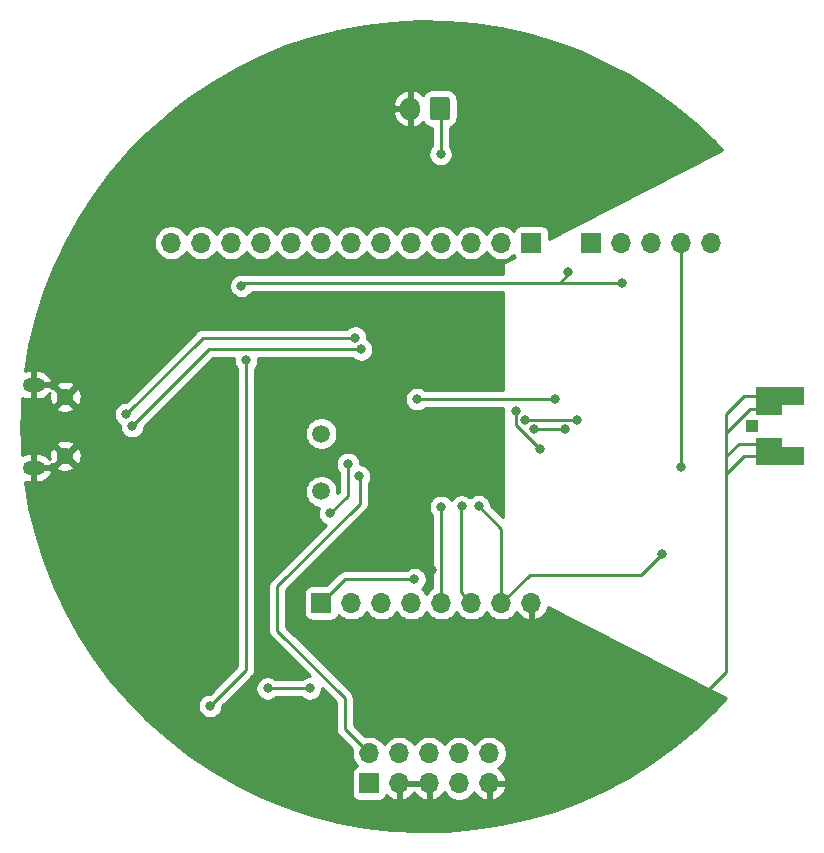
<source format=gbl>
G04 #@! TF.GenerationSoftware,KiCad,Pcbnew,5.1.6+dfsg1-1~bpo10+1*
G04 #@! TF.CreationDate,2020-09-28T12:24:49-04:00*
G04 #@! TF.ProjectId,board,626f6172-642e-46b6-9963-61645f706362,rev?*
G04 #@! TF.SameCoordinates,Original*
G04 #@! TF.FileFunction,Copper,L2,Bot*
G04 #@! TF.FilePolarity,Positive*
%FSLAX46Y46*%
G04 Gerber Fmt 4.6, Leading zero omitted, Abs format (unit mm)*
G04 Created by KiCad (PCBNEW 5.1.6+dfsg1-1~bpo10+1) date 2020-09-28 12:24:49*
%MOMM*%
%LPD*%
G01*
G04 APERTURE LIST*
G04 #@! TA.AperFunction,ComponentPad*
%ADD10C,1.500000*%
G04 #@! TD*
G04 #@! TA.AperFunction,ComponentPad*
%ADD11O,1.700000X2.000000*%
G04 #@! TD*
G04 #@! TA.AperFunction,ComponentPad*
%ADD12O,1.700000X1.700000*%
G04 #@! TD*
G04 #@! TA.AperFunction,ComponentPad*
%ADD13R,1.700000X1.700000*%
G04 #@! TD*
G04 #@! TA.AperFunction,ComponentPad*
%ADD14C,1.000000*%
G04 #@! TD*
G04 #@! TA.AperFunction,SMDPad,CuDef*
%ADD15R,1.050000X1.000000*%
G04 #@! TD*
G04 #@! TA.AperFunction,SMDPad,CuDef*
%ADD16R,2.200000X1.050000*%
G04 #@! TD*
G04 #@! TA.AperFunction,SMDPad,CuDef*
%ADD17R,4.064000X1.524000*%
G04 #@! TD*
G04 #@! TA.AperFunction,ComponentPad*
%ADD18O,1.900000X1.200000*%
G04 #@! TD*
G04 #@! TA.AperFunction,ComponentPad*
%ADD19C,1.450000*%
G04 #@! TD*
G04 #@! TA.AperFunction,ViaPad*
%ADD20C,0.800000*%
G04 #@! TD*
G04 #@! TA.AperFunction,Conductor*
%ADD21C,0.250000*%
G04 #@! TD*
G04 #@! TA.AperFunction,Conductor*
%ADD22C,0.254000*%
G04 #@! TD*
G04 APERTURE END LIST*
D10*
X141110000Y-105515000D03*
X141110000Y-100635000D03*
D11*
X148668400Y-73101400D03*
G04 #@! TA.AperFunction,ComponentPad*
G36*
G01*
X152018400Y-72351400D02*
X152018400Y-73851400D01*
G75*
G02*
X151768400Y-74101400I-250000J0D01*
G01*
X150568400Y-74101400D01*
G75*
G02*
X150318400Y-73851400I0J250000D01*
G01*
X150318400Y-72351400D01*
G75*
G02*
X150568400Y-72101400I250000J0D01*
G01*
X151768400Y-72101400D01*
G75*
G02*
X152018400Y-72351400I0J-250000D01*
G01*
G37*
G04 #@! TD.AperFunction*
D12*
X155334000Y-127686000D03*
X155334000Y-130226000D03*
X152794000Y-127686000D03*
X152794000Y-130226000D03*
X150254000Y-127686000D03*
X150254000Y-130226000D03*
X147714000Y-127686000D03*
X147714000Y-130226000D03*
X145174000Y-127686000D03*
D13*
X145174000Y-130226000D03*
D12*
X128422400Y-84460000D03*
X130962400Y-84460000D03*
X133502400Y-84460000D03*
X136042400Y-84460000D03*
X138582400Y-84460000D03*
X141122400Y-84460000D03*
X143662400Y-84460000D03*
X146202400Y-84460000D03*
X148742400Y-84460000D03*
X151282400Y-84460000D03*
X153822400Y-84460000D03*
X156362400Y-84460000D03*
D13*
X158902400Y-84460000D03*
D14*
X177550000Y-100000000D03*
D15*
X177565000Y-100000000D03*
D16*
X179070000Y-98525000D03*
X179070000Y-101475000D03*
D17*
X180000000Y-97460000D03*
X180000000Y-102540000D03*
D18*
X116762500Y-103500000D03*
X116762500Y-96500000D03*
D19*
X119462500Y-102500000D03*
X119462500Y-97500000D03*
D13*
X163944600Y-84455200D03*
D12*
X166484600Y-84455200D03*
X169024600Y-84455200D03*
X171564600Y-84455200D03*
X174104600Y-84455200D03*
D13*
X141135400Y-114960600D03*
D12*
X143675400Y-114960600D03*
X146215400Y-114960600D03*
X148755400Y-114960600D03*
X151295400Y-114960600D03*
X153835400Y-114960600D03*
X156375400Y-114960600D03*
X158915400Y-114960600D03*
D20*
X143904000Y-98984000D03*
X124092000Y-88824000D03*
X132220000Y-104572000D03*
X156096000Y-70028000D03*
X156604000Y-79318000D03*
X147460000Y-121336000D03*
X156096000Y-102032000D03*
X150508000Y-112192000D03*
X172352000Y-122860000D03*
X147282200Y-71094800D03*
X145910600Y-80118000D03*
X139941609Y-71094800D03*
X127724200Y-122174200D03*
X132000000Y-102000000D03*
X134353600Y-88126600D03*
X149009400Y-112954000D03*
X166612410Y-87909600D03*
X162034940Y-86939740D03*
X134760000Y-94412000D03*
X131712000Y-123672800D03*
X141872000Y-107366000D03*
X143370600Y-103175000D03*
X151219200Y-76962200D03*
X171564600Y-103435400D03*
X169964400Y-110820400D03*
X154445000Y-106756400D03*
X157620000Y-98730000D03*
X159647347Y-101925000D03*
X158382000Y-99492000D03*
X162801600Y-99492000D03*
X159144000Y-100254000D03*
X161734800Y-100228600D03*
X144335800Y-104241800D03*
X124600000Y-98984000D03*
X144000000Y-92500000D03*
X125108000Y-100000000D03*
X144499984Y-93500000D03*
X151270000Y-106832600D03*
X152997212Y-106781800D03*
X149238000Y-97714000D03*
X160922000Y-97714000D03*
X136571358Y-122190178D03*
X140144802Y-122199600D03*
D21*
X180000000Y-102540000D02*
X176924000Y-102540000D01*
X176924000Y-102540000D02*
X175400000Y-104064000D01*
X179070000Y-101475000D02*
X176465000Y-101475000D01*
X176465000Y-101475000D02*
X175400000Y-102540000D01*
X175400000Y-102540000D02*
X175400000Y-104064000D01*
X179070000Y-98525000D02*
X177429998Y-98525000D01*
X175400000Y-100554998D02*
X175400000Y-102540000D01*
X175423499Y-100531499D02*
X175400000Y-100554998D01*
X177429998Y-98525000D02*
X175423499Y-100531499D01*
X175400000Y-104064000D02*
X175400000Y-120828000D01*
X175400000Y-120828000D02*
X172860000Y-123368000D01*
X139941600Y-71094800D02*
X139941609Y-71094800D01*
X147282200Y-71094800D02*
X139941600Y-71094800D01*
X175400000Y-98984000D02*
X175400000Y-100508000D01*
X175400000Y-100508000D02*
X175423499Y-100531499D01*
X180000000Y-97460000D02*
X176924000Y-97460000D01*
X176924000Y-97460000D02*
X175400000Y-98984000D01*
X134353600Y-87960400D02*
X134353600Y-88126600D01*
X134455200Y-87858800D02*
X134353600Y-87960400D01*
X161303000Y-87858800D02*
X134455200Y-87858800D01*
X143142000Y-112954000D02*
X141135400Y-114960600D01*
X149009400Y-112954000D02*
X143142000Y-112954000D01*
X166561610Y-87858800D02*
X166612410Y-87909600D01*
X161303000Y-87858800D02*
X166561610Y-87858800D01*
X162034940Y-87126860D02*
X162034940Y-86939740D01*
X161303000Y-87858800D02*
X162034940Y-87126860D01*
X134760000Y-120624800D02*
X131712000Y-123672800D01*
X134760000Y-94412000D02*
X134760000Y-120624800D01*
X141872000Y-107366000D02*
X143370600Y-105867400D01*
X143370600Y-105867400D02*
X143370600Y-103175000D01*
X151219200Y-73152200D02*
X151168400Y-73101400D01*
X151219200Y-76962200D02*
X151219200Y-73152200D01*
X171564600Y-84455200D02*
X171564600Y-103435400D01*
X158763000Y-112573000D02*
X156375400Y-114960600D01*
X169964400Y-110820400D02*
X168211800Y-112573000D01*
X168211800Y-112573000D02*
X158763000Y-112573000D01*
X156375400Y-114960600D02*
X156375400Y-108686800D01*
X156375400Y-108686800D02*
X154445000Y-106756400D01*
X157620000Y-99897653D02*
X159647347Y-101925000D01*
X157620000Y-98730000D02*
X157620000Y-99897653D01*
X158382000Y-99492000D02*
X162801600Y-99492000D01*
X161709400Y-100254000D02*
X161734800Y-100228600D01*
X159144000Y-100254000D02*
X161709400Y-100254000D01*
X144386598Y-104292598D02*
X144335800Y-104241800D01*
X145174000Y-127686000D02*
X143091200Y-125603200D01*
X137376200Y-117297400D02*
X137376200Y-113563600D01*
X143091200Y-125603200D02*
X143091200Y-123012400D01*
X143091200Y-123012400D02*
X137376200Y-117297400D01*
X137376200Y-113563600D02*
X144386598Y-106553202D01*
X144386598Y-106553202D02*
X144386598Y-104292598D01*
X124600000Y-98984000D02*
X131084000Y-92500000D01*
X131084000Y-92500000D02*
X144000000Y-92500000D01*
X131608000Y-93500000D02*
X144499984Y-93500000D01*
X125108000Y-100000000D02*
X131608000Y-93500000D01*
X151295400Y-114960600D02*
X151295400Y-106858000D01*
X151295400Y-106858000D02*
X151270000Y-106832600D01*
X152946400Y-106832612D02*
X152997212Y-106781800D01*
X153835400Y-114960600D02*
X152946400Y-114071600D01*
X152946400Y-114071600D02*
X152946400Y-106832612D01*
X149238000Y-97714000D02*
X160922000Y-97714000D01*
X136571358Y-122190178D02*
X140135380Y-122190178D01*
X140135380Y-122190178D02*
X140144802Y-122199600D01*
D22*
G36*
X151736760Y-65754011D02*
G01*
X154044736Y-65949387D01*
X156334256Y-66300129D01*
X158594875Y-66804636D01*
X160816278Y-67460605D01*
X162988328Y-68265044D01*
X165101115Y-69214282D01*
X167145000Y-70303989D01*
X169110656Y-71529192D01*
X170989114Y-72884300D01*
X172771804Y-74363131D01*
X174450591Y-75958937D01*
X175042993Y-76603606D01*
X160390472Y-84182497D01*
X160390472Y-83610000D01*
X160378212Y-83485518D01*
X160341902Y-83365820D01*
X160282937Y-83255506D01*
X160203585Y-83158815D01*
X160106894Y-83079463D01*
X159996580Y-83020498D01*
X159876882Y-82984188D01*
X159752400Y-82971928D01*
X158052400Y-82971928D01*
X157927918Y-82984188D01*
X157808220Y-83020498D01*
X157697906Y-83079463D01*
X157601215Y-83158815D01*
X157521863Y-83255506D01*
X157462898Y-83365820D01*
X157440887Y-83438380D01*
X157309032Y-83306525D01*
X157065811Y-83144010D01*
X156795558Y-83032068D01*
X156508660Y-82975000D01*
X156216140Y-82975000D01*
X155929242Y-83032068D01*
X155658989Y-83144010D01*
X155415768Y-83306525D01*
X155208925Y-83513368D01*
X155092400Y-83687760D01*
X154975875Y-83513368D01*
X154769032Y-83306525D01*
X154525811Y-83144010D01*
X154255558Y-83032068D01*
X153968660Y-82975000D01*
X153676140Y-82975000D01*
X153389242Y-83032068D01*
X153118989Y-83144010D01*
X152875768Y-83306525D01*
X152668925Y-83513368D01*
X152552400Y-83687760D01*
X152435875Y-83513368D01*
X152229032Y-83306525D01*
X151985811Y-83144010D01*
X151715558Y-83032068D01*
X151428660Y-82975000D01*
X151136140Y-82975000D01*
X150849242Y-83032068D01*
X150578989Y-83144010D01*
X150335768Y-83306525D01*
X150128925Y-83513368D01*
X150012400Y-83687760D01*
X149895875Y-83513368D01*
X149689032Y-83306525D01*
X149445811Y-83144010D01*
X149175558Y-83032068D01*
X148888660Y-82975000D01*
X148596140Y-82975000D01*
X148309242Y-83032068D01*
X148038989Y-83144010D01*
X147795768Y-83306525D01*
X147588925Y-83513368D01*
X147472400Y-83687760D01*
X147355875Y-83513368D01*
X147149032Y-83306525D01*
X146905811Y-83144010D01*
X146635558Y-83032068D01*
X146348660Y-82975000D01*
X146056140Y-82975000D01*
X145769242Y-83032068D01*
X145498989Y-83144010D01*
X145255768Y-83306525D01*
X145048925Y-83513368D01*
X144932400Y-83687760D01*
X144815875Y-83513368D01*
X144609032Y-83306525D01*
X144365811Y-83144010D01*
X144095558Y-83032068D01*
X143808660Y-82975000D01*
X143516140Y-82975000D01*
X143229242Y-83032068D01*
X142958989Y-83144010D01*
X142715768Y-83306525D01*
X142508925Y-83513368D01*
X142392400Y-83687760D01*
X142275875Y-83513368D01*
X142069032Y-83306525D01*
X141825811Y-83144010D01*
X141555558Y-83032068D01*
X141268660Y-82975000D01*
X140976140Y-82975000D01*
X140689242Y-83032068D01*
X140418989Y-83144010D01*
X140175768Y-83306525D01*
X139968925Y-83513368D01*
X139852400Y-83687760D01*
X139735875Y-83513368D01*
X139529032Y-83306525D01*
X139285811Y-83144010D01*
X139015558Y-83032068D01*
X138728660Y-82975000D01*
X138436140Y-82975000D01*
X138149242Y-83032068D01*
X137878989Y-83144010D01*
X137635768Y-83306525D01*
X137428925Y-83513368D01*
X137312400Y-83687760D01*
X137195875Y-83513368D01*
X136989032Y-83306525D01*
X136745811Y-83144010D01*
X136475558Y-83032068D01*
X136188660Y-82975000D01*
X135896140Y-82975000D01*
X135609242Y-83032068D01*
X135338989Y-83144010D01*
X135095768Y-83306525D01*
X134888925Y-83513368D01*
X134772400Y-83687760D01*
X134655875Y-83513368D01*
X134449032Y-83306525D01*
X134205811Y-83144010D01*
X133935558Y-83032068D01*
X133648660Y-82975000D01*
X133356140Y-82975000D01*
X133069242Y-83032068D01*
X132798989Y-83144010D01*
X132555768Y-83306525D01*
X132348925Y-83513368D01*
X132232400Y-83687760D01*
X132115875Y-83513368D01*
X131909032Y-83306525D01*
X131665811Y-83144010D01*
X131395558Y-83032068D01*
X131108660Y-82975000D01*
X130816140Y-82975000D01*
X130529242Y-83032068D01*
X130258989Y-83144010D01*
X130015768Y-83306525D01*
X129808925Y-83513368D01*
X129692400Y-83687760D01*
X129575875Y-83513368D01*
X129369032Y-83306525D01*
X129125811Y-83144010D01*
X128855558Y-83032068D01*
X128568660Y-82975000D01*
X128276140Y-82975000D01*
X127989242Y-83032068D01*
X127718989Y-83144010D01*
X127475768Y-83306525D01*
X127268925Y-83513368D01*
X127106410Y-83756589D01*
X126994468Y-84026842D01*
X126937400Y-84313740D01*
X126937400Y-84606260D01*
X126994468Y-84893158D01*
X127106410Y-85163411D01*
X127268925Y-85406632D01*
X127475768Y-85613475D01*
X127718989Y-85775990D01*
X127989242Y-85887932D01*
X128276140Y-85945000D01*
X128568660Y-85945000D01*
X128855558Y-85887932D01*
X129125811Y-85775990D01*
X129369032Y-85613475D01*
X129575875Y-85406632D01*
X129692400Y-85232240D01*
X129808925Y-85406632D01*
X130015768Y-85613475D01*
X130258989Y-85775990D01*
X130529242Y-85887932D01*
X130816140Y-85945000D01*
X131108660Y-85945000D01*
X131395558Y-85887932D01*
X131665811Y-85775990D01*
X131909032Y-85613475D01*
X132115875Y-85406632D01*
X132232400Y-85232240D01*
X132348925Y-85406632D01*
X132555768Y-85613475D01*
X132798989Y-85775990D01*
X133069242Y-85887932D01*
X133356140Y-85945000D01*
X133648660Y-85945000D01*
X133935558Y-85887932D01*
X134205811Y-85775990D01*
X134449032Y-85613475D01*
X134655875Y-85406632D01*
X134772400Y-85232240D01*
X134888925Y-85406632D01*
X135095768Y-85613475D01*
X135338989Y-85775990D01*
X135609242Y-85887932D01*
X135896140Y-85945000D01*
X136188660Y-85945000D01*
X136475558Y-85887932D01*
X136745811Y-85775990D01*
X136989032Y-85613475D01*
X137195875Y-85406632D01*
X137312400Y-85232240D01*
X137428925Y-85406632D01*
X137635768Y-85613475D01*
X137878989Y-85775990D01*
X138149242Y-85887932D01*
X138436140Y-85945000D01*
X138728660Y-85945000D01*
X139015558Y-85887932D01*
X139285811Y-85775990D01*
X139529032Y-85613475D01*
X139735875Y-85406632D01*
X139852400Y-85232240D01*
X139968925Y-85406632D01*
X140175768Y-85613475D01*
X140418989Y-85775990D01*
X140689242Y-85887932D01*
X140976140Y-85945000D01*
X141268660Y-85945000D01*
X141555558Y-85887932D01*
X141825811Y-85775990D01*
X142069032Y-85613475D01*
X142275875Y-85406632D01*
X142392400Y-85232240D01*
X142508925Y-85406632D01*
X142715768Y-85613475D01*
X142958989Y-85775990D01*
X143229242Y-85887932D01*
X143516140Y-85945000D01*
X143808660Y-85945000D01*
X144095558Y-85887932D01*
X144365811Y-85775990D01*
X144609032Y-85613475D01*
X144815875Y-85406632D01*
X144932400Y-85232240D01*
X145048925Y-85406632D01*
X145255768Y-85613475D01*
X145498989Y-85775990D01*
X145769242Y-85887932D01*
X146056140Y-85945000D01*
X146348660Y-85945000D01*
X146635558Y-85887932D01*
X146905811Y-85775990D01*
X147149032Y-85613475D01*
X147355875Y-85406632D01*
X147472400Y-85232240D01*
X147588925Y-85406632D01*
X147795768Y-85613475D01*
X148038989Y-85775990D01*
X148309242Y-85887932D01*
X148596140Y-85945000D01*
X148888660Y-85945000D01*
X149175558Y-85887932D01*
X149445811Y-85775990D01*
X149689032Y-85613475D01*
X149895875Y-85406632D01*
X150012400Y-85232240D01*
X150128925Y-85406632D01*
X150335768Y-85613475D01*
X150578989Y-85775990D01*
X150849242Y-85887932D01*
X151136140Y-85945000D01*
X151428660Y-85945000D01*
X151715558Y-85887932D01*
X151985811Y-85775990D01*
X152229032Y-85613475D01*
X152435875Y-85406632D01*
X152552400Y-85232240D01*
X152668925Y-85406632D01*
X152875768Y-85613475D01*
X153118989Y-85775990D01*
X153389242Y-85887932D01*
X153676140Y-85945000D01*
X153968660Y-85945000D01*
X154255558Y-85887932D01*
X154525811Y-85775990D01*
X154769032Y-85613475D01*
X154975875Y-85406632D01*
X155092400Y-85232240D01*
X155208925Y-85406632D01*
X155415768Y-85613475D01*
X155658989Y-85775990D01*
X155929242Y-85887932D01*
X156216140Y-85945000D01*
X156508660Y-85945000D01*
X156795558Y-85887932D01*
X157065811Y-85775990D01*
X157309032Y-85613475D01*
X157440887Y-85481620D01*
X157462898Y-85554180D01*
X157521863Y-85664494D01*
X157522880Y-85665734D01*
X156545653Y-86171196D01*
X156533443Y-86178403D01*
X156514197Y-86194197D01*
X156498403Y-86213443D01*
X156486667Y-86235399D01*
X156479440Y-86259224D01*
X156477000Y-86284000D01*
X156477000Y-87098800D01*
X134492522Y-87098800D01*
X134490966Y-87098647D01*
X134455539Y-87091600D01*
X134251661Y-87091600D01*
X134051702Y-87131374D01*
X133863344Y-87209395D01*
X133693826Y-87322663D01*
X133549663Y-87466826D01*
X133436395Y-87636344D01*
X133358374Y-87824702D01*
X133318600Y-88024661D01*
X133318600Y-88228539D01*
X133358374Y-88428498D01*
X133436395Y-88616856D01*
X133549663Y-88786374D01*
X133693826Y-88930537D01*
X133863344Y-89043805D01*
X134051702Y-89121826D01*
X134251661Y-89161600D01*
X134455539Y-89161600D01*
X134655498Y-89121826D01*
X134843856Y-89043805D01*
X135013374Y-88930537D01*
X135157537Y-88786374D01*
X135269506Y-88618800D01*
X156477000Y-88618800D01*
X156477000Y-96954000D01*
X149941711Y-96954000D01*
X149897774Y-96910063D01*
X149728256Y-96796795D01*
X149539898Y-96718774D01*
X149339939Y-96679000D01*
X149136061Y-96679000D01*
X148936102Y-96718774D01*
X148747744Y-96796795D01*
X148578226Y-96910063D01*
X148434063Y-97054226D01*
X148320795Y-97223744D01*
X148242774Y-97412102D01*
X148203000Y-97612061D01*
X148203000Y-97815939D01*
X148242774Y-98015898D01*
X148320795Y-98204256D01*
X148434063Y-98373774D01*
X148578226Y-98517937D01*
X148747744Y-98631205D01*
X148936102Y-98709226D01*
X149136061Y-98749000D01*
X149339939Y-98749000D01*
X149539898Y-98709226D01*
X149728256Y-98631205D01*
X149897774Y-98517937D01*
X149941711Y-98474000D01*
X156477000Y-98474000D01*
X156477000Y-107713598D01*
X155480000Y-106716599D01*
X155480000Y-106654461D01*
X155440226Y-106454502D01*
X155362205Y-106266144D01*
X155248937Y-106096626D01*
X155104774Y-105952463D01*
X154935256Y-105839195D01*
X154746898Y-105761174D01*
X154546939Y-105721400D01*
X154343061Y-105721400D01*
X154143102Y-105761174D01*
X153954744Y-105839195D01*
X153785226Y-105952463D01*
X153708406Y-106029283D01*
X153656986Y-105977863D01*
X153487468Y-105864595D01*
X153299110Y-105786574D01*
X153099151Y-105746800D01*
X152895273Y-105746800D01*
X152695314Y-105786574D01*
X152506956Y-105864595D01*
X152337438Y-105977863D01*
X152193275Y-106122026D01*
X152116634Y-106236727D01*
X152073937Y-106172826D01*
X151929774Y-106028663D01*
X151760256Y-105915395D01*
X151571898Y-105837374D01*
X151371939Y-105797600D01*
X151168061Y-105797600D01*
X150968102Y-105837374D01*
X150779744Y-105915395D01*
X150610226Y-106028663D01*
X150466063Y-106172826D01*
X150352795Y-106342344D01*
X150274774Y-106530702D01*
X150235000Y-106730661D01*
X150235000Y-106934539D01*
X150274774Y-107134498D01*
X150352795Y-107322856D01*
X150466063Y-107492374D01*
X150535401Y-107561712D01*
X150535400Y-113682421D01*
X150348768Y-113807125D01*
X150141925Y-114013968D01*
X150025400Y-114188360D01*
X149908875Y-114013968D01*
X149702032Y-113807125D01*
X149648795Y-113771553D01*
X149669174Y-113757937D01*
X149813337Y-113613774D01*
X149926605Y-113444256D01*
X150004626Y-113255898D01*
X150044400Y-113055939D01*
X150044400Y-112852061D01*
X150004626Y-112652102D01*
X149926605Y-112463744D01*
X149813337Y-112294226D01*
X149669174Y-112150063D01*
X149499656Y-112036795D01*
X149311298Y-111958774D01*
X149111339Y-111919000D01*
X148907461Y-111919000D01*
X148707502Y-111958774D01*
X148519144Y-112036795D01*
X148349626Y-112150063D01*
X148305689Y-112194000D01*
X143179323Y-112194000D01*
X143142000Y-112190324D01*
X143104677Y-112194000D01*
X143104667Y-112194000D01*
X142993014Y-112204997D01*
X142849753Y-112248454D01*
X142717723Y-112319026D01*
X142634083Y-112387668D01*
X142601999Y-112413999D01*
X142578201Y-112442997D01*
X141548671Y-113472528D01*
X140285400Y-113472528D01*
X140160918Y-113484788D01*
X140041220Y-113521098D01*
X139930906Y-113580063D01*
X139834215Y-113659415D01*
X139754863Y-113756106D01*
X139695898Y-113866420D01*
X139659588Y-113986118D01*
X139647328Y-114110600D01*
X139647328Y-115810600D01*
X139659588Y-115935082D01*
X139695898Y-116054780D01*
X139754863Y-116165094D01*
X139834215Y-116261785D01*
X139930906Y-116341137D01*
X140041220Y-116400102D01*
X140160918Y-116436412D01*
X140285400Y-116448672D01*
X141985400Y-116448672D01*
X142109882Y-116436412D01*
X142229580Y-116400102D01*
X142339894Y-116341137D01*
X142436585Y-116261785D01*
X142515937Y-116165094D01*
X142574902Y-116054780D01*
X142596913Y-115982220D01*
X142728768Y-116114075D01*
X142971989Y-116276590D01*
X143242242Y-116388532D01*
X143529140Y-116445600D01*
X143821660Y-116445600D01*
X144108558Y-116388532D01*
X144378811Y-116276590D01*
X144622032Y-116114075D01*
X144828875Y-115907232D01*
X144945400Y-115732840D01*
X145061925Y-115907232D01*
X145268768Y-116114075D01*
X145511989Y-116276590D01*
X145782242Y-116388532D01*
X146069140Y-116445600D01*
X146361660Y-116445600D01*
X146648558Y-116388532D01*
X146918811Y-116276590D01*
X147162032Y-116114075D01*
X147368875Y-115907232D01*
X147485400Y-115732840D01*
X147601925Y-115907232D01*
X147808768Y-116114075D01*
X148051989Y-116276590D01*
X148322242Y-116388532D01*
X148609140Y-116445600D01*
X148901660Y-116445600D01*
X149188558Y-116388532D01*
X149458811Y-116276590D01*
X149702032Y-116114075D01*
X149908875Y-115907232D01*
X150025400Y-115732840D01*
X150141925Y-115907232D01*
X150348768Y-116114075D01*
X150591989Y-116276590D01*
X150862242Y-116388532D01*
X151149140Y-116445600D01*
X151441660Y-116445600D01*
X151728558Y-116388532D01*
X151998811Y-116276590D01*
X152242032Y-116114075D01*
X152448875Y-115907232D01*
X152565400Y-115732840D01*
X152681925Y-115907232D01*
X152888768Y-116114075D01*
X153131989Y-116276590D01*
X153402242Y-116388532D01*
X153689140Y-116445600D01*
X153981660Y-116445600D01*
X154268558Y-116388532D01*
X154538811Y-116276590D01*
X154782032Y-116114075D01*
X154988875Y-115907232D01*
X155105400Y-115732840D01*
X155221925Y-115907232D01*
X155428768Y-116114075D01*
X155671989Y-116276590D01*
X155942242Y-116388532D01*
X156229140Y-116445600D01*
X156521660Y-116445600D01*
X156808558Y-116388532D01*
X157078811Y-116276590D01*
X157322032Y-116114075D01*
X157528875Y-115907232D01*
X157650595Y-115725066D01*
X157720222Y-115841955D01*
X157915131Y-116058188D01*
X158148480Y-116232241D01*
X158411301Y-116357425D01*
X158558510Y-116402076D01*
X158788400Y-116280755D01*
X158788400Y-115087600D01*
X158768400Y-115087600D01*
X158768400Y-114833600D01*
X158788400Y-114833600D01*
X158788400Y-114813600D01*
X159042400Y-114813600D01*
X159042400Y-114833600D01*
X159062400Y-114833600D01*
X159062400Y-115087600D01*
X159042400Y-115087600D01*
X159042400Y-116280755D01*
X159272290Y-116402076D01*
X159419499Y-116357425D01*
X159682320Y-116232241D01*
X159915669Y-116058188D01*
X160110578Y-115841955D01*
X160259557Y-115591852D01*
X160356881Y-115317491D01*
X160338608Y-115282677D01*
X175359411Y-123052058D01*
X174450591Y-124041063D01*
X172771804Y-125636869D01*
X170989114Y-127115700D01*
X169110656Y-128470808D01*
X167145000Y-129696011D01*
X165101115Y-130785718D01*
X162988328Y-131734956D01*
X160816278Y-132539395D01*
X158594875Y-133195364D01*
X156334256Y-133699871D01*
X154044736Y-134050613D01*
X151736760Y-134245989D01*
X149420860Y-134285109D01*
X147107602Y-134167794D01*
X144807542Y-133894579D01*
X142531173Y-133466711D01*
X140288883Y-132886142D01*
X138090903Y-132155521D01*
X135947261Y-131278181D01*
X133867739Y-130258127D01*
X131861824Y-129100012D01*
X129938670Y-127809120D01*
X128107051Y-126391341D01*
X126375324Y-124853145D01*
X124751392Y-123201549D01*
X123242663Y-121444090D01*
X121856022Y-119588787D01*
X120597795Y-117644105D01*
X119473724Y-115618916D01*
X118488937Y-113522462D01*
X117647928Y-111364308D01*
X116954533Y-109154302D01*
X116411918Y-106902526D01*
X116033024Y-104680632D01*
X116047004Y-104686493D01*
X116285500Y-104735000D01*
X116635500Y-104735000D01*
X116635500Y-103627000D01*
X116889500Y-103627000D01*
X116889500Y-104735000D01*
X117239500Y-104735000D01*
X117477996Y-104686493D01*
X117702446Y-104592390D01*
X117904225Y-104456307D01*
X118075578Y-104283474D01*
X118209921Y-104080533D01*
X118302091Y-103855282D01*
X118305962Y-103817609D01*
X118181231Y-103627000D01*
X116889500Y-103627000D01*
X116635500Y-103627000D01*
X116615500Y-103627000D01*
X116615500Y-103439133D01*
X118702972Y-103439133D01*
X118765465Y-103675450D01*
X119008178Y-103788850D01*
X119268349Y-103852719D01*
X119535982Y-103864604D01*
X119800791Y-103824048D01*
X120052600Y-103732609D01*
X120159535Y-103675450D01*
X120222028Y-103439133D01*
X119462500Y-102679605D01*
X118702972Y-103439133D01*
X116615500Y-103439133D01*
X116615500Y-103373000D01*
X116635500Y-103373000D01*
X116635500Y-102265000D01*
X116889500Y-102265000D01*
X116889500Y-103373000D01*
X118181231Y-103373000D01*
X118295003Y-103199138D01*
X118523367Y-103259528D01*
X119282895Y-102500000D01*
X119642105Y-102500000D01*
X120401633Y-103259528D01*
X120637950Y-103197035D01*
X120751350Y-102954322D01*
X120815219Y-102694151D01*
X120827104Y-102426518D01*
X120786548Y-102161709D01*
X120695109Y-101909900D01*
X120637950Y-101802965D01*
X120401633Y-101740472D01*
X119642105Y-102500000D01*
X119282895Y-102500000D01*
X118523367Y-101740472D01*
X118287050Y-101802965D01*
X118173650Y-102045678D01*
X118109781Y-102305849D01*
X118097896Y-102573482D01*
X118133115Y-102803442D01*
X118075578Y-102716526D01*
X117904225Y-102543693D01*
X117702446Y-102407610D01*
X117477996Y-102313507D01*
X117239500Y-102265000D01*
X116889500Y-102265000D01*
X116635500Y-102265000D01*
X116285500Y-102265000D01*
X116047004Y-102313507D01*
X115822554Y-102407610D01*
X115799254Y-102423324D01*
X115788229Y-102314909D01*
X115762748Y-101560867D01*
X118702972Y-101560867D01*
X119462500Y-102320395D01*
X120222028Y-101560867D01*
X120159535Y-101324550D01*
X119916822Y-101211150D01*
X119656651Y-101147281D01*
X119389018Y-101135396D01*
X119124209Y-101175952D01*
X118872400Y-101267391D01*
X118765465Y-101324550D01*
X118702972Y-101560867D01*
X115762748Y-101560867D01*
X115710000Y-100000000D01*
X115747778Y-98882061D01*
X123565000Y-98882061D01*
X123565000Y-99085939D01*
X123604774Y-99285898D01*
X123682795Y-99474256D01*
X123796063Y-99643774D01*
X123940226Y-99787937D01*
X124076759Y-99879165D01*
X124073000Y-99898061D01*
X124073000Y-100101939D01*
X124112774Y-100301898D01*
X124190795Y-100490256D01*
X124304063Y-100659774D01*
X124448226Y-100803937D01*
X124617744Y-100917205D01*
X124806102Y-100995226D01*
X125006061Y-101035000D01*
X125209939Y-101035000D01*
X125409898Y-100995226D01*
X125598256Y-100917205D01*
X125767774Y-100803937D01*
X125911937Y-100659774D01*
X126025205Y-100490256D01*
X126103226Y-100301898D01*
X126143000Y-100101939D01*
X126143000Y-100039801D01*
X131922802Y-94260000D01*
X133734958Y-94260000D01*
X133725000Y-94310061D01*
X133725000Y-94513939D01*
X133764774Y-94713898D01*
X133842795Y-94902256D01*
X133956063Y-95071774D01*
X134000000Y-95115711D01*
X134000001Y-120309997D01*
X131672199Y-122637800D01*
X131610061Y-122637800D01*
X131410102Y-122677574D01*
X131221744Y-122755595D01*
X131052226Y-122868863D01*
X130908063Y-123013026D01*
X130794795Y-123182544D01*
X130716774Y-123370902D01*
X130677000Y-123570861D01*
X130677000Y-123774739D01*
X130716774Y-123974698D01*
X130794795Y-124163056D01*
X130908063Y-124332574D01*
X131052226Y-124476737D01*
X131221744Y-124590005D01*
X131410102Y-124668026D01*
X131610061Y-124707800D01*
X131813939Y-124707800D01*
X132013898Y-124668026D01*
X132202256Y-124590005D01*
X132371774Y-124476737D01*
X132515937Y-124332574D01*
X132629205Y-124163056D01*
X132707226Y-123974698D01*
X132747000Y-123774739D01*
X132747000Y-123712601D01*
X134371362Y-122088239D01*
X135536358Y-122088239D01*
X135536358Y-122292117D01*
X135576132Y-122492076D01*
X135654153Y-122680434D01*
X135767421Y-122849952D01*
X135911584Y-122994115D01*
X136081102Y-123107383D01*
X136269460Y-123185404D01*
X136469419Y-123225178D01*
X136673297Y-123225178D01*
X136873256Y-123185404D01*
X137061614Y-123107383D01*
X137231132Y-122994115D01*
X137275069Y-122950178D01*
X139431669Y-122950178D01*
X139485028Y-123003537D01*
X139654546Y-123116805D01*
X139842904Y-123194826D01*
X140042863Y-123234600D01*
X140246741Y-123234600D01*
X140446700Y-123194826D01*
X140635058Y-123116805D01*
X140804576Y-123003537D01*
X140948739Y-122859374D01*
X141062007Y-122689856D01*
X141140028Y-122501498D01*
X141179802Y-122301539D01*
X141179802Y-122175804D01*
X142331201Y-123327203D01*
X142331200Y-125565877D01*
X142327524Y-125603200D01*
X142331200Y-125640522D01*
X142331200Y-125640532D01*
X142342197Y-125752185D01*
X142385654Y-125895446D01*
X142456226Y-126027476D01*
X142496071Y-126076026D01*
X142551199Y-126143201D01*
X142580203Y-126167004D01*
X143732790Y-127319592D01*
X143689000Y-127539740D01*
X143689000Y-127832260D01*
X143746068Y-128119158D01*
X143858010Y-128389411D01*
X144020525Y-128632632D01*
X144152380Y-128764487D01*
X144079820Y-128786498D01*
X143969506Y-128845463D01*
X143872815Y-128924815D01*
X143793463Y-129021506D01*
X143734498Y-129131820D01*
X143698188Y-129251518D01*
X143685928Y-129376000D01*
X143685928Y-131076000D01*
X143698188Y-131200482D01*
X143734498Y-131320180D01*
X143793463Y-131430494D01*
X143872815Y-131527185D01*
X143969506Y-131606537D01*
X144079820Y-131665502D01*
X144199518Y-131701812D01*
X144324000Y-131714072D01*
X146024000Y-131714072D01*
X146148482Y-131701812D01*
X146268180Y-131665502D01*
X146378494Y-131606537D01*
X146475185Y-131527185D01*
X146554537Y-131430494D01*
X146613502Y-131320180D01*
X146637966Y-131239534D01*
X146713731Y-131323588D01*
X146947080Y-131497641D01*
X147209901Y-131622825D01*
X147357110Y-131667476D01*
X147587000Y-131546155D01*
X147587000Y-130353000D01*
X147841000Y-130353000D01*
X147841000Y-131546155D01*
X148070890Y-131667476D01*
X148218099Y-131622825D01*
X148480920Y-131497641D01*
X148714269Y-131323588D01*
X148909178Y-131107355D01*
X148984000Y-130981745D01*
X149058822Y-131107355D01*
X149253731Y-131323588D01*
X149487080Y-131497641D01*
X149749901Y-131622825D01*
X149897110Y-131667476D01*
X150127000Y-131546155D01*
X150127000Y-130353000D01*
X147841000Y-130353000D01*
X147587000Y-130353000D01*
X147567000Y-130353000D01*
X147567000Y-130099000D01*
X147587000Y-130099000D01*
X147587000Y-130079000D01*
X147841000Y-130079000D01*
X147841000Y-130099000D01*
X150127000Y-130099000D01*
X150127000Y-130079000D01*
X150381000Y-130079000D01*
X150381000Y-130099000D01*
X150401000Y-130099000D01*
X150401000Y-130353000D01*
X150381000Y-130353000D01*
X150381000Y-131546155D01*
X150610890Y-131667476D01*
X150758099Y-131622825D01*
X151020920Y-131497641D01*
X151254269Y-131323588D01*
X151449178Y-131107355D01*
X151518805Y-130990466D01*
X151640525Y-131172632D01*
X151847368Y-131379475D01*
X152090589Y-131541990D01*
X152360842Y-131653932D01*
X152647740Y-131711000D01*
X152940260Y-131711000D01*
X153227158Y-131653932D01*
X153497411Y-131541990D01*
X153740632Y-131379475D01*
X153947475Y-131172632D01*
X154069195Y-130990466D01*
X154138822Y-131107355D01*
X154333731Y-131323588D01*
X154567080Y-131497641D01*
X154829901Y-131622825D01*
X154977110Y-131667476D01*
X155207000Y-131546155D01*
X155207000Y-130353000D01*
X155461000Y-130353000D01*
X155461000Y-131546155D01*
X155690890Y-131667476D01*
X155838099Y-131622825D01*
X156100920Y-131497641D01*
X156334269Y-131323588D01*
X156529178Y-131107355D01*
X156678157Y-130857252D01*
X156775481Y-130582891D01*
X156654814Y-130353000D01*
X155461000Y-130353000D01*
X155207000Y-130353000D01*
X155187000Y-130353000D01*
X155187000Y-130099000D01*
X155207000Y-130099000D01*
X155207000Y-130079000D01*
X155461000Y-130079000D01*
X155461000Y-130099000D01*
X156654814Y-130099000D01*
X156775481Y-129869109D01*
X156678157Y-129594748D01*
X156529178Y-129344645D01*
X156334269Y-129128412D01*
X156104594Y-128957100D01*
X156280632Y-128839475D01*
X156487475Y-128632632D01*
X156649990Y-128389411D01*
X156761932Y-128119158D01*
X156819000Y-127832260D01*
X156819000Y-127539740D01*
X156761932Y-127252842D01*
X156649990Y-126982589D01*
X156487475Y-126739368D01*
X156280632Y-126532525D01*
X156037411Y-126370010D01*
X155767158Y-126258068D01*
X155480260Y-126201000D01*
X155187740Y-126201000D01*
X154900842Y-126258068D01*
X154630589Y-126370010D01*
X154387368Y-126532525D01*
X154180525Y-126739368D01*
X154064000Y-126913760D01*
X153947475Y-126739368D01*
X153740632Y-126532525D01*
X153497411Y-126370010D01*
X153227158Y-126258068D01*
X152940260Y-126201000D01*
X152647740Y-126201000D01*
X152360842Y-126258068D01*
X152090589Y-126370010D01*
X151847368Y-126532525D01*
X151640525Y-126739368D01*
X151524000Y-126913760D01*
X151407475Y-126739368D01*
X151200632Y-126532525D01*
X150957411Y-126370010D01*
X150687158Y-126258068D01*
X150400260Y-126201000D01*
X150107740Y-126201000D01*
X149820842Y-126258068D01*
X149550589Y-126370010D01*
X149307368Y-126532525D01*
X149100525Y-126739368D01*
X148984000Y-126913760D01*
X148867475Y-126739368D01*
X148660632Y-126532525D01*
X148417411Y-126370010D01*
X148147158Y-126258068D01*
X147860260Y-126201000D01*
X147567740Y-126201000D01*
X147280842Y-126258068D01*
X147010589Y-126370010D01*
X146767368Y-126532525D01*
X146560525Y-126739368D01*
X146444000Y-126913760D01*
X146327475Y-126739368D01*
X146120632Y-126532525D01*
X145877411Y-126370010D01*
X145607158Y-126258068D01*
X145320260Y-126201000D01*
X145027740Y-126201000D01*
X144807592Y-126244790D01*
X143851200Y-125288399D01*
X143851200Y-123049733D01*
X143854877Y-123012400D01*
X143840203Y-122863414D01*
X143796746Y-122720153D01*
X143726174Y-122588124D01*
X143654999Y-122501397D01*
X143631201Y-122472399D01*
X143602203Y-122448601D01*
X138136200Y-116982599D01*
X138136200Y-113878401D01*
X144897602Y-107117000D01*
X144926599Y-107093203D01*
X144963166Y-107048646D01*
X145021572Y-106977479D01*
X145092144Y-106845449D01*
X145099661Y-106820667D01*
X145135601Y-106702188D01*
X145146598Y-106590535D01*
X145146598Y-106590525D01*
X145150274Y-106553202D01*
X145146598Y-106515879D01*
X145146598Y-104891306D01*
X145253005Y-104732056D01*
X145331026Y-104543698D01*
X145370800Y-104343739D01*
X145370800Y-104139861D01*
X145331026Y-103939902D01*
X145253005Y-103751544D01*
X145139737Y-103582026D01*
X144995574Y-103437863D01*
X144826056Y-103324595D01*
X144637698Y-103246574D01*
X144437739Y-103206800D01*
X144405600Y-103206800D01*
X144405600Y-103073061D01*
X144365826Y-102873102D01*
X144287805Y-102684744D01*
X144174537Y-102515226D01*
X144030374Y-102371063D01*
X143860856Y-102257795D01*
X143672498Y-102179774D01*
X143472539Y-102140000D01*
X143268661Y-102140000D01*
X143068702Y-102179774D01*
X142880344Y-102257795D01*
X142710826Y-102371063D01*
X142566663Y-102515226D01*
X142453395Y-102684744D01*
X142375374Y-102873102D01*
X142335600Y-103073061D01*
X142335600Y-103276939D01*
X142375374Y-103476898D01*
X142453395Y-103665256D01*
X142566663Y-103834774D01*
X142610601Y-103878712D01*
X142610600Y-105552597D01*
X142490832Y-105672366D01*
X142495000Y-105651411D01*
X142495000Y-105378589D01*
X142441775Y-105111011D01*
X142337371Y-104858957D01*
X142185799Y-104632114D01*
X141992886Y-104439201D01*
X141766043Y-104287629D01*
X141513989Y-104183225D01*
X141246411Y-104130000D01*
X140973589Y-104130000D01*
X140706011Y-104183225D01*
X140453957Y-104287629D01*
X140227114Y-104439201D01*
X140034201Y-104632114D01*
X139882629Y-104858957D01*
X139778225Y-105111011D01*
X139725000Y-105378589D01*
X139725000Y-105651411D01*
X139778225Y-105918989D01*
X139882629Y-106171043D01*
X140034201Y-106397886D01*
X140227114Y-106590799D01*
X140453957Y-106742371D01*
X140706011Y-106846775D01*
X140946943Y-106894700D01*
X140876774Y-107064102D01*
X140837000Y-107264061D01*
X140837000Y-107467939D01*
X140876774Y-107667898D01*
X140954795Y-107856256D01*
X141068063Y-108025774D01*
X141212226Y-108169937D01*
X141381744Y-108283205D01*
X141523200Y-108341798D01*
X136865198Y-112999801D01*
X136836200Y-113023599D01*
X136812402Y-113052597D01*
X136812401Y-113052598D01*
X136741226Y-113139324D01*
X136670654Y-113271354D01*
X136655110Y-113322598D01*
X136627198Y-113414614D01*
X136622235Y-113465003D01*
X136612524Y-113563600D01*
X136616201Y-113600932D01*
X136616200Y-117260077D01*
X136612524Y-117297400D01*
X136616200Y-117334722D01*
X136616200Y-117334732D01*
X136627197Y-117446385D01*
X136670654Y-117589646D01*
X136741226Y-117721676D01*
X136781071Y-117770226D01*
X136836199Y-117837401D01*
X136865203Y-117861204D01*
X140168598Y-121164600D01*
X140042863Y-121164600D01*
X139842904Y-121204374D01*
X139654546Y-121282395D01*
X139485028Y-121395663D01*
X139450513Y-121430178D01*
X137275069Y-121430178D01*
X137231132Y-121386241D01*
X137061614Y-121272973D01*
X136873256Y-121194952D01*
X136673297Y-121155178D01*
X136469419Y-121155178D01*
X136269460Y-121194952D01*
X136081102Y-121272973D01*
X135911584Y-121386241D01*
X135767421Y-121530404D01*
X135654153Y-121699922D01*
X135576132Y-121888280D01*
X135536358Y-122088239D01*
X134371362Y-122088239D01*
X135271003Y-121188599D01*
X135300001Y-121164801D01*
X135326332Y-121132717D01*
X135394974Y-121049077D01*
X135465546Y-120917047D01*
X135509003Y-120773786D01*
X135520000Y-120662133D01*
X135520000Y-120662123D01*
X135523676Y-120624800D01*
X135520000Y-120587477D01*
X135520000Y-100498589D01*
X139725000Y-100498589D01*
X139725000Y-100771411D01*
X139778225Y-101038989D01*
X139882629Y-101291043D01*
X140034201Y-101517886D01*
X140227114Y-101710799D01*
X140453957Y-101862371D01*
X140706011Y-101966775D01*
X140973589Y-102020000D01*
X141246411Y-102020000D01*
X141513989Y-101966775D01*
X141766043Y-101862371D01*
X141992886Y-101710799D01*
X142185799Y-101517886D01*
X142337371Y-101291043D01*
X142441775Y-101038989D01*
X142495000Y-100771411D01*
X142495000Y-100498589D01*
X142441775Y-100231011D01*
X142337371Y-99978957D01*
X142185799Y-99752114D01*
X141992886Y-99559201D01*
X141766043Y-99407629D01*
X141513989Y-99303225D01*
X141246411Y-99250000D01*
X140973589Y-99250000D01*
X140706011Y-99303225D01*
X140453957Y-99407629D01*
X140227114Y-99559201D01*
X140034201Y-99752114D01*
X139882629Y-99978957D01*
X139778225Y-100231011D01*
X139725000Y-100498589D01*
X135520000Y-100498589D01*
X135520000Y-95115711D01*
X135563937Y-95071774D01*
X135677205Y-94902256D01*
X135755226Y-94713898D01*
X135795000Y-94513939D01*
X135795000Y-94310061D01*
X135785042Y-94260000D01*
X143796273Y-94260000D01*
X143840210Y-94303937D01*
X144009728Y-94417205D01*
X144198086Y-94495226D01*
X144398045Y-94535000D01*
X144601923Y-94535000D01*
X144801882Y-94495226D01*
X144990240Y-94417205D01*
X145159758Y-94303937D01*
X145303921Y-94159774D01*
X145417189Y-93990256D01*
X145495210Y-93801898D01*
X145534984Y-93601939D01*
X145534984Y-93398061D01*
X145495210Y-93198102D01*
X145417189Y-93009744D01*
X145303921Y-92840226D01*
X145159758Y-92696063D01*
X145033110Y-92611440D01*
X145035000Y-92601939D01*
X145035000Y-92398061D01*
X144995226Y-92198102D01*
X144917205Y-92009744D01*
X144803937Y-91840226D01*
X144659774Y-91696063D01*
X144490256Y-91582795D01*
X144301898Y-91504774D01*
X144101939Y-91465000D01*
X143898061Y-91465000D01*
X143698102Y-91504774D01*
X143509744Y-91582795D01*
X143340226Y-91696063D01*
X143296289Y-91740000D01*
X131121325Y-91740000D01*
X131084000Y-91736324D01*
X131046675Y-91740000D01*
X131046667Y-91740000D01*
X130935014Y-91750997D01*
X130791753Y-91794454D01*
X130659724Y-91865026D01*
X130543999Y-91959999D01*
X130520201Y-91988997D01*
X124560199Y-97949000D01*
X124498061Y-97949000D01*
X124298102Y-97988774D01*
X124109744Y-98066795D01*
X123940226Y-98180063D01*
X123796063Y-98324226D01*
X123682795Y-98493744D01*
X123604774Y-98682102D01*
X123565000Y-98882061D01*
X115747778Y-98882061D01*
X115762747Y-98439133D01*
X118702972Y-98439133D01*
X118765465Y-98675450D01*
X119008178Y-98788850D01*
X119268349Y-98852719D01*
X119535982Y-98864604D01*
X119800791Y-98824048D01*
X120052600Y-98732609D01*
X120159535Y-98675450D01*
X120222028Y-98439133D01*
X119462500Y-97679605D01*
X118702972Y-98439133D01*
X115762747Y-98439133D01*
X115788229Y-97685091D01*
X115799254Y-97576676D01*
X115822554Y-97592390D01*
X116047004Y-97686493D01*
X116285500Y-97735000D01*
X116635500Y-97735000D01*
X116635500Y-96627000D01*
X116889500Y-96627000D01*
X116889500Y-97735000D01*
X117239500Y-97735000D01*
X117477996Y-97686493D01*
X117702446Y-97592390D01*
X117904225Y-97456307D01*
X118075578Y-97283474D01*
X118138671Y-97188164D01*
X118109781Y-97305849D01*
X118097896Y-97573482D01*
X118138452Y-97838291D01*
X118229891Y-98090100D01*
X118287050Y-98197035D01*
X118523367Y-98259528D01*
X119282895Y-97500000D01*
X119642105Y-97500000D01*
X120401633Y-98259528D01*
X120637950Y-98197035D01*
X120751350Y-97954322D01*
X120815219Y-97694151D01*
X120827104Y-97426518D01*
X120786548Y-97161709D01*
X120695109Y-96909900D01*
X120637950Y-96802965D01*
X120401633Y-96740472D01*
X119642105Y-97500000D01*
X119282895Y-97500000D01*
X118523367Y-96740472D01*
X118295003Y-96800862D01*
X118181231Y-96627000D01*
X116889500Y-96627000D01*
X116635500Y-96627000D01*
X116615500Y-96627000D01*
X116615500Y-96560867D01*
X118702972Y-96560867D01*
X119462500Y-97320395D01*
X120222028Y-96560867D01*
X120159535Y-96324550D01*
X119916822Y-96211150D01*
X119656651Y-96147281D01*
X119389018Y-96135396D01*
X119124209Y-96175952D01*
X118872400Y-96267391D01*
X118765465Y-96324550D01*
X118702972Y-96560867D01*
X116615500Y-96560867D01*
X116615500Y-96373000D01*
X116635500Y-96373000D01*
X116635500Y-95265000D01*
X116889500Y-95265000D01*
X116889500Y-96373000D01*
X118181231Y-96373000D01*
X118305962Y-96182391D01*
X118302091Y-96144718D01*
X118209921Y-95919467D01*
X118075578Y-95716526D01*
X117904225Y-95543693D01*
X117702446Y-95407610D01*
X117477996Y-95313507D01*
X117239500Y-95265000D01*
X116889500Y-95265000D01*
X116635500Y-95265000D01*
X116285500Y-95265000D01*
X116047004Y-95313507D01*
X116033024Y-95319368D01*
X116411918Y-93097474D01*
X116954533Y-90845698D01*
X117647928Y-88635692D01*
X118488937Y-86477538D01*
X119473724Y-84381084D01*
X120597795Y-82355895D01*
X121856022Y-80411213D01*
X123242663Y-78555910D01*
X124751392Y-76798451D01*
X126375324Y-75146855D01*
X128107051Y-73608659D01*
X128297627Y-73461142D01*
X147197115Y-73461142D01*
X147266304Y-73744145D01*
X147389375Y-74008212D01*
X147561598Y-74243195D01*
X147776354Y-74440064D01*
X148025391Y-74591254D01*
X148299139Y-74690954D01*
X148311510Y-74692876D01*
X148541400Y-74571555D01*
X148541400Y-73228400D01*
X147341168Y-73228400D01*
X147197115Y-73461142D01*
X128297627Y-73461142D01*
X129227123Y-72741658D01*
X147197115Y-72741658D01*
X147341168Y-72974400D01*
X148541400Y-72974400D01*
X148541400Y-71631245D01*
X148795400Y-71631245D01*
X148795400Y-72974400D01*
X148815400Y-72974400D01*
X148815400Y-73228400D01*
X148795400Y-73228400D01*
X148795400Y-74571555D01*
X149025290Y-74692876D01*
X149037661Y-74690954D01*
X149311409Y-74591254D01*
X149560446Y-74440064D01*
X149775202Y-74243195D01*
X149775486Y-74242807D01*
X149829995Y-74344786D01*
X149940438Y-74479362D01*
X150075014Y-74589805D01*
X150228550Y-74671872D01*
X150395146Y-74722408D01*
X150459201Y-74728717D01*
X150459200Y-76258489D01*
X150415263Y-76302426D01*
X150301995Y-76471944D01*
X150223974Y-76660302D01*
X150184200Y-76860261D01*
X150184200Y-77064139D01*
X150223974Y-77264098D01*
X150301995Y-77452456D01*
X150415263Y-77621974D01*
X150559426Y-77766137D01*
X150728944Y-77879405D01*
X150917302Y-77957426D01*
X151117261Y-77997200D01*
X151321139Y-77997200D01*
X151521098Y-77957426D01*
X151709456Y-77879405D01*
X151878974Y-77766137D01*
X152023137Y-77621974D01*
X152136405Y-77452456D01*
X152214426Y-77264098D01*
X152254200Y-77064139D01*
X152254200Y-76860261D01*
X152214426Y-76660302D01*
X152136405Y-76471944D01*
X152023137Y-76302426D01*
X151979200Y-76258489D01*
X151979200Y-74711019D01*
X152108250Y-74671872D01*
X152261786Y-74589805D01*
X152396362Y-74479362D01*
X152506805Y-74344786D01*
X152588872Y-74191250D01*
X152639408Y-74024654D01*
X152656472Y-73851400D01*
X152656472Y-72351400D01*
X152639408Y-72178146D01*
X152588872Y-72011550D01*
X152506805Y-71858014D01*
X152396362Y-71723438D01*
X152261786Y-71612995D01*
X152108250Y-71530928D01*
X151941654Y-71480392D01*
X151768400Y-71463328D01*
X150568400Y-71463328D01*
X150395146Y-71480392D01*
X150228550Y-71530928D01*
X150075014Y-71612995D01*
X149940438Y-71723438D01*
X149829995Y-71858014D01*
X149775486Y-71959993D01*
X149775202Y-71959605D01*
X149560446Y-71762736D01*
X149311409Y-71611546D01*
X149037661Y-71511846D01*
X149025290Y-71509924D01*
X148795400Y-71631245D01*
X148541400Y-71631245D01*
X148311510Y-71509924D01*
X148299139Y-71511846D01*
X148025391Y-71611546D01*
X147776354Y-71762736D01*
X147561598Y-71959605D01*
X147389375Y-72194588D01*
X147266304Y-72458655D01*
X147197115Y-72741658D01*
X129227123Y-72741658D01*
X129938670Y-72190880D01*
X131861824Y-70899988D01*
X133867739Y-69741873D01*
X135947261Y-68721819D01*
X138090903Y-67844479D01*
X140288883Y-67113858D01*
X142531173Y-66533289D01*
X144807542Y-66105421D01*
X147107602Y-65832206D01*
X149420860Y-65714891D01*
X151736760Y-65754011D01*
G37*
X151736760Y-65754011D02*
X154044736Y-65949387D01*
X156334256Y-66300129D01*
X158594875Y-66804636D01*
X160816278Y-67460605D01*
X162988328Y-68265044D01*
X165101115Y-69214282D01*
X167145000Y-70303989D01*
X169110656Y-71529192D01*
X170989114Y-72884300D01*
X172771804Y-74363131D01*
X174450591Y-75958937D01*
X175042993Y-76603606D01*
X160390472Y-84182497D01*
X160390472Y-83610000D01*
X160378212Y-83485518D01*
X160341902Y-83365820D01*
X160282937Y-83255506D01*
X160203585Y-83158815D01*
X160106894Y-83079463D01*
X159996580Y-83020498D01*
X159876882Y-82984188D01*
X159752400Y-82971928D01*
X158052400Y-82971928D01*
X157927918Y-82984188D01*
X157808220Y-83020498D01*
X157697906Y-83079463D01*
X157601215Y-83158815D01*
X157521863Y-83255506D01*
X157462898Y-83365820D01*
X157440887Y-83438380D01*
X157309032Y-83306525D01*
X157065811Y-83144010D01*
X156795558Y-83032068D01*
X156508660Y-82975000D01*
X156216140Y-82975000D01*
X155929242Y-83032068D01*
X155658989Y-83144010D01*
X155415768Y-83306525D01*
X155208925Y-83513368D01*
X155092400Y-83687760D01*
X154975875Y-83513368D01*
X154769032Y-83306525D01*
X154525811Y-83144010D01*
X154255558Y-83032068D01*
X153968660Y-82975000D01*
X153676140Y-82975000D01*
X153389242Y-83032068D01*
X153118989Y-83144010D01*
X152875768Y-83306525D01*
X152668925Y-83513368D01*
X152552400Y-83687760D01*
X152435875Y-83513368D01*
X152229032Y-83306525D01*
X151985811Y-83144010D01*
X151715558Y-83032068D01*
X151428660Y-82975000D01*
X151136140Y-82975000D01*
X150849242Y-83032068D01*
X150578989Y-83144010D01*
X150335768Y-83306525D01*
X150128925Y-83513368D01*
X150012400Y-83687760D01*
X149895875Y-83513368D01*
X149689032Y-83306525D01*
X149445811Y-83144010D01*
X149175558Y-83032068D01*
X148888660Y-82975000D01*
X148596140Y-82975000D01*
X148309242Y-83032068D01*
X148038989Y-83144010D01*
X147795768Y-83306525D01*
X147588925Y-83513368D01*
X147472400Y-83687760D01*
X147355875Y-83513368D01*
X147149032Y-83306525D01*
X146905811Y-83144010D01*
X146635558Y-83032068D01*
X146348660Y-82975000D01*
X146056140Y-82975000D01*
X145769242Y-83032068D01*
X145498989Y-83144010D01*
X145255768Y-83306525D01*
X145048925Y-83513368D01*
X144932400Y-83687760D01*
X144815875Y-83513368D01*
X144609032Y-83306525D01*
X144365811Y-83144010D01*
X144095558Y-83032068D01*
X143808660Y-82975000D01*
X143516140Y-82975000D01*
X143229242Y-83032068D01*
X142958989Y-83144010D01*
X142715768Y-83306525D01*
X142508925Y-83513368D01*
X142392400Y-83687760D01*
X142275875Y-83513368D01*
X142069032Y-83306525D01*
X141825811Y-83144010D01*
X141555558Y-83032068D01*
X141268660Y-82975000D01*
X140976140Y-82975000D01*
X140689242Y-83032068D01*
X140418989Y-83144010D01*
X140175768Y-83306525D01*
X139968925Y-83513368D01*
X139852400Y-83687760D01*
X139735875Y-83513368D01*
X139529032Y-83306525D01*
X139285811Y-83144010D01*
X139015558Y-83032068D01*
X138728660Y-82975000D01*
X138436140Y-82975000D01*
X138149242Y-83032068D01*
X137878989Y-83144010D01*
X137635768Y-83306525D01*
X137428925Y-83513368D01*
X137312400Y-83687760D01*
X137195875Y-83513368D01*
X136989032Y-83306525D01*
X136745811Y-83144010D01*
X136475558Y-83032068D01*
X136188660Y-82975000D01*
X135896140Y-82975000D01*
X135609242Y-83032068D01*
X135338989Y-83144010D01*
X135095768Y-83306525D01*
X134888925Y-83513368D01*
X134772400Y-83687760D01*
X134655875Y-83513368D01*
X134449032Y-83306525D01*
X134205811Y-83144010D01*
X133935558Y-83032068D01*
X133648660Y-82975000D01*
X133356140Y-82975000D01*
X133069242Y-83032068D01*
X132798989Y-83144010D01*
X132555768Y-83306525D01*
X132348925Y-83513368D01*
X132232400Y-83687760D01*
X132115875Y-83513368D01*
X131909032Y-83306525D01*
X131665811Y-83144010D01*
X131395558Y-83032068D01*
X131108660Y-82975000D01*
X130816140Y-82975000D01*
X130529242Y-83032068D01*
X130258989Y-83144010D01*
X130015768Y-83306525D01*
X129808925Y-83513368D01*
X129692400Y-83687760D01*
X129575875Y-83513368D01*
X129369032Y-83306525D01*
X129125811Y-83144010D01*
X128855558Y-83032068D01*
X128568660Y-82975000D01*
X128276140Y-82975000D01*
X127989242Y-83032068D01*
X127718989Y-83144010D01*
X127475768Y-83306525D01*
X127268925Y-83513368D01*
X127106410Y-83756589D01*
X126994468Y-84026842D01*
X126937400Y-84313740D01*
X126937400Y-84606260D01*
X126994468Y-84893158D01*
X127106410Y-85163411D01*
X127268925Y-85406632D01*
X127475768Y-85613475D01*
X127718989Y-85775990D01*
X127989242Y-85887932D01*
X128276140Y-85945000D01*
X128568660Y-85945000D01*
X128855558Y-85887932D01*
X129125811Y-85775990D01*
X129369032Y-85613475D01*
X129575875Y-85406632D01*
X129692400Y-85232240D01*
X129808925Y-85406632D01*
X130015768Y-85613475D01*
X130258989Y-85775990D01*
X130529242Y-85887932D01*
X130816140Y-85945000D01*
X131108660Y-85945000D01*
X131395558Y-85887932D01*
X131665811Y-85775990D01*
X131909032Y-85613475D01*
X132115875Y-85406632D01*
X132232400Y-85232240D01*
X132348925Y-85406632D01*
X132555768Y-85613475D01*
X132798989Y-85775990D01*
X133069242Y-85887932D01*
X133356140Y-85945000D01*
X133648660Y-85945000D01*
X133935558Y-85887932D01*
X134205811Y-85775990D01*
X134449032Y-85613475D01*
X134655875Y-85406632D01*
X134772400Y-85232240D01*
X134888925Y-85406632D01*
X135095768Y-85613475D01*
X135338989Y-85775990D01*
X135609242Y-85887932D01*
X135896140Y-85945000D01*
X136188660Y-85945000D01*
X136475558Y-85887932D01*
X136745811Y-85775990D01*
X136989032Y-85613475D01*
X137195875Y-85406632D01*
X137312400Y-85232240D01*
X137428925Y-85406632D01*
X137635768Y-85613475D01*
X137878989Y-85775990D01*
X138149242Y-85887932D01*
X138436140Y-85945000D01*
X138728660Y-85945000D01*
X139015558Y-85887932D01*
X139285811Y-85775990D01*
X139529032Y-85613475D01*
X139735875Y-85406632D01*
X139852400Y-85232240D01*
X139968925Y-85406632D01*
X140175768Y-85613475D01*
X140418989Y-85775990D01*
X140689242Y-85887932D01*
X140976140Y-85945000D01*
X141268660Y-85945000D01*
X141555558Y-85887932D01*
X141825811Y-85775990D01*
X142069032Y-85613475D01*
X142275875Y-85406632D01*
X142392400Y-85232240D01*
X142508925Y-85406632D01*
X142715768Y-85613475D01*
X142958989Y-85775990D01*
X143229242Y-85887932D01*
X143516140Y-85945000D01*
X143808660Y-85945000D01*
X144095558Y-85887932D01*
X144365811Y-85775990D01*
X144609032Y-85613475D01*
X144815875Y-85406632D01*
X144932400Y-85232240D01*
X145048925Y-85406632D01*
X145255768Y-85613475D01*
X145498989Y-85775990D01*
X145769242Y-85887932D01*
X146056140Y-85945000D01*
X146348660Y-85945000D01*
X146635558Y-85887932D01*
X146905811Y-85775990D01*
X147149032Y-85613475D01*
X147355875Y-85406632D01*
X147472400Y-85232240D01*
X147588925Y-85406632D01*
X147795768Y-85613475D01*
X148038989Y-85775990D01*
X148309242Y-85887932D01*
X148596140Y-85945000D01*
X148888660Y-85945000D01*
X149175558Y-85887932D01*
X149445811Y-85775990D01*
X149689032Y-85613475D01*
X149895875Y-85406632D01*
X150012400Y-85232240D01*
X150128925Y-85406632D01*
X150335768Y-85613475D01*
X150578989Y-85775990D01*
X150849242Y-85887932D01*
X151136140Y-85945000D01*
X151428660Y-85945000D01*
X151715558Y-85887932D01*
X151985811Y-85775990D01*
X152229032Y-85613475D01*
X152435875Y-85406632D01*
X152552400Y-85232240D01*
X152668925Y-85406632D01*
X152875768Y-85613475D01*
X153118989Y-85775990D01*
X153389242Y-85887932D01*
X153676140Y-85945000D01*
X153968660Y-85945000D01*
X154255558Y-85887932D01*
X154525811Y-85775990D01*
X154769032Y-85613475D01*
X154975875Y-85406632D01*
X155092400Y-85232240D01*
X155208925Y-85406632D01*
X155415768Y-85613475D01*
X155658989Y-85775990D01*
X155929242Y-85887932D01*
X156216140Y-85945000D01*
X156508660Y-85945000D01*
X156795558Y-85887932D01*
X157065811Y-85775990D01*
X157309032Y-85613475D01*
X157440887Y-85481620D01*
X157462898Y-85554180D01*
X157521863Y-85664494D01*
X157522880Y-85665734D01*
X156545653Y-86171196D01*
X156533443Y-86178403D01*
X156514197Y-86194197D01*
X156498403Y-86213443D01*
X156486667Y-86235399D01*
X156479440Y-86259224D01*
X156477000Y-86284000D01*
X156477000Y-87098800D01*
X134492522Y-87098800D01*
X134490966Y-87098647D01*
X134455539Y-87091600D01*
X134251661Y-87091600D01*
X134051702Y-87131374D01*
X133863344Y-87209395D01*
X133693826Y-87322663D01*
X133549663Y-87466826D01*
X133436395Y-87636344D01*
X133358374Y-87824702D01*
X133318600Y-88024661D01*
X133318600Y-88228539D01*
X133358374Y-88428498D01*
X133436395Y-88616856D01*
X133549663Y-88786374D01*
X133693826Y-88930537D01*
X133863344Y-89043805D01*
X134051702Y-89121826D01*
X134251661Y-89161600D01*
X134455539Y-89161600D01*
X134655498Y-89121826D01*
X134843856Y-89043805D01*
X135013374Y-88930537D01*
X135157537Y-88786374D01*
X135269506Y-88618800D01*
X156477000Y-88618800D01*
X156477000Y-96954000D01*
X149941711Y-96954000D01*
X149897774Y-96910063D01*
X149728256Y-96796795D01*
X149539898Y-96718774D01*
X149339939Y-96679000D01*
X149136061Y-96679000D01*
X148936102Y-96718774D01*
X148747744Y-96796795D01*
X148578226Y-96910063D01*
X148434063Y-97054226D01*
X148320795Y-97223744D01*
X148242774Y-97412102D01*
X148203000Y-97612061D01*
X148203000Y-97815939D01*
X148242774Y-98015898D01*
X148320795Y-98204256D01*
X148434063Y-98373774D01*
X148578226Y-98517937D01*
X148747744Y-98631205D01*
X148936102Y-98709226D01*
X149136061Y-98749000D01*
X149339939Y-98749000D01*
X149539898Y-98709226D01*
X149728256Y-98631205D01*
X149897774Y-98517937D01*
X149941711Y-98474000D01*
X156477000Y-98474000D01*
X156477000Y-107713598D01*
X155480000Y-106716599D01*
X155480000Y-106654461D01*
X155440226Y-106454502D01*
X155362205Y-106266144D01*
X155248937Y-106096626D01*
X155104774Y-105952463D01*
X154935256Y-105839195D01*
X154746898Y-105761174D01*
X154546939Y-105721400D01*
X154343061Y-105721400D01*
X154143102Y-105761174D01*
X153954744Y-105839195D01*
X153785226Y-105952463D01*
X153708406Y-106029283D01*
X153656986Y-105977863D01*
X153487468Y-105864595D01*
X153299110Y-105786574D01*
X153099151Y-105746800D01*
X152895273Y-105746800D01*
X152695314Y-105786574D01*
X152506956Y-105864595D01*
X152337438Y-105977863D01*
X152193275Y-106122026D01*
X152116634Y-106236727D01*
X152073937Y-106172826D01*
X151929774Y-106028663D01*
X151760256Y-105915395D01*
X151571898Y-105837374D01*
X151371939Y-105797600D01*
X151168061Y-105797600D01*
X150968102Y-105837374D01*
X150779744Y-105915395D01*
X150610226Y-106028663D01*
X150466063Y-106172826D01*
X150352795Y-106342344D01*
X150274774Y-106530702D01*
X150235000Y-106730661D01*
X150235000Y-106934539D01*
X150274774Y-107134498D01*
X150352795Y-107322856D01*
X150466063Y-107492374D01*
X150535401Y-107561712D01*
X150535400Y-113682421D01*
X150348768Y-113807125D01*
X150141925Y-114013968D01*
X150025400Y-114188360D01*
X149908875Y-114013968D01*
X149702032Y-113807125D01*
X149648795Y-113771553D01*
X149669174Y-113757937D01*
X149813337Y-113613774D01*
X149926605Y-113444256D01*
X150004626Y-113255898D01*
X150044400Y-113055939D01*
X150044400Y-112852061D01*
X150004626Y-112652102D01*
X149926605Y-112463744D01*
X149813337Y-112294226D01*
X149669174Y-112150063D01*
X149499656Y-112036795D01*
X149311298Y-111958774D01*
X149111339Y-111919000D01*
X148907461Y-111919000D01*
X148707502Y-111958774D01*
X148519144Y-112036795D01*
X148349626Y-112150063D01*
X148305689Y-112194000D01*
X143179323Y-112194000D01*
X143142000Y-112190324D01*
X143104677Y-112194000D01*
X143104667Y-112194000D01*
X142993014Y-112204997D01*
X142849753Y-112248454D01*
X142717723Y-112319026D01*
X142634083Y-112387668D01*
X142601999Y-112413999D01*
X142578201Y-112442997D01*
X141548671Y-113472528D01*
X140285400Y-113472528D01*
X140160918Y-113484788D01*
X140041220Y-113521098D01*
X139930906Y-113580063D01*
X139834215Y-113659415D01*
X139754863Y-113756106D01*
X139695898Y-113866420D01*
X139659588Y-113986118D01*
X139647328Y-114110600D01*
X139647328Y-115810600D01*
X139659588Y-115935082D01*
X139695898Y-116054780D01*
X139754863Y-116165094D01*
X139834215Y-116261785D01*
X139930906Y-116341137D01*
X140041220Y-116400102D01*
X140160918Y-116436412D01*
X140285400Y-116448672D01*
X141985400Y-116448672D01*
X142109882Y-116436412D01*
X142229580Y-116400102D01*
X142339894Y-116341137D01*
X142436585Y-116261785D01*
X142515937Y-116165094D01*
X142574902Y-116054780D01*
X142596913Y-115982220D01*
X142728768Y-116114075D01*
X142971989Y-116276590D01*
X143242242Y-116388532D01*
X143529140Y-116445600D01*
X143821660Y-116445600D01*
X144108558Y-116388532D01*
X144378811Y-116276590D01*
X144622032Y-116114075D01*
X144828875Y-115907232D01*
X144945400Y-115732840D01*
X145061925Y-115907232D01*
X145268768Y-116114075D01*
X145511989Y-116276590D01*
X145782242Y-116388532D01*
X146069140Y-116445600D01*
X146361660Y-116445600D01*
X146648558Y-116388532D01*
X146918811Y-116276590D01*
X147162032Y-116114075D01*
X147368875Y-115907232D01*
X147485400Y-115732840D01*
X147601925Y-115907232D01*
X147808768Y-116114075D01*
X148051989Y-116276590D01*
X148322242Y-116388532D01*
X148609140Y-116445600D01*
X148901660Y-116445600D01*
X149188558Y-116388532D01*
X149458811Y-116276590D01*
X149702032Y-116114075D01*
X149908875Y-115907232D01*
X150025400Y-115732840D01*
X150141925Y-115907232D01*
X150348768Y-116114075D01*
X150591989Y-116276590D01*
X150862242Y-116388532D01*
X151149140Y-116445600D01*
X151441660Y-116445600D01*
X151728558Y-116388532D01*
X151998811Y-116276590D01*
X152242032Y-116114075D01*
X152448875Y-115907232D01*
X152565400Y-115732840D01*
X152681925Y-115907232D01*
X152888768Y-116114075D01*
X153131989Y-116276590D01*
X153402242Y-116388532D01*
X153689140Y-116445600D01*
X153981660Y-116445600D01*
X154268558Y-116388532D01*
X154538811Y-116276590D01*
X154782032Y-116114075D01*
X154988875Y-115907232D01*
X155105400Y-115732840D01*
X155221925Y-115907232D01*
X155428768Y-116114075D01*
X155671989Y-116276590D01*
X155942242Y-116388532D01*
X156229140Y-116445600D01*
X156521660Y-116445600D01*
X156808558Y-116388532D01*
X157078811Y-116276590D01*
X157322032Y-116114075D01*
X157528875Y-115907232D01*
X157650595Y-115725066D01*
X157720222Y-115841955D01*
X157915131Y-116058188D01*
X158148480Y-116232241D01*
X158411301Y-116357425D01*
X158558510Y-116402076D01*
X158788400Y-116280755D01*
X158788400Y-115087600D01*
X158768400Y-115087600D01*
X158768400Y-114833600D01*
X158788400Y-114833600D01*
X158788400Y-114813600D01*
X159042400Y-114813600D01*
X159042400Y-114833600D01*
X159062400Y-114833600D01*
X159062400Y-115087600D01*
X159042400Y-115087600D01*
X159042400Y-116280755D01*
X159272290Y-116402076D01*
X159419499Y-116357425D01*
X159682320Y-116232241D01*
X159915669Y-116058188D01*
X160110578Y-115841955D01*
X160259557Y-115591852D01*
X160356881Y-115317491D01*
X160338608Y-115282677D01*
X175359411Y-123052058D01*
X174450591Y-124041063D01*
X172771804Y-125636869D01*
X170989114Y-127115700D01*
X169110656Y-128470808D01*
X167145000Y-129696011D01*
X165101115Y-130785718D01*
X162988328Y-131734956D01*
X160816278Y-132539395D01*
X158594875Y-133195364D01*
X156334256Y-133699871D01*
X154044736Y-134050613D01*
X151736760Y-134245989D01*
X149420860Y-134285109D01*
X147107602Y-134167794D01*
X144807542Y-133894579D01*
X142531173Y-133466711D01*
X140288883Y-132886142D01*
X138090903Y-132155521D01*
X135947261Y-131278181D01*
X133867739Y-130258127D01*
X131861824Y-129100012D01*
X129938670Y-127809120D01*
X128107051Y-126391341D01*
X126375324Y-124853145D01*
X124751392Y-123201549D01*
X123242663Y-121444090D01*
X121856022Y-119588787D01*
X120597795Y-117644105D01*
X119473724Y-115618916D01*
X118488937Y-113522462D01*
X117647928Y-111364308D01*
X116954533Y-109154302D01*
X116411918Y-106902526D01*
X116033024Y-104680632D01*
X116047004Y-104686493D01*
X116285500Y-104735000D01*
X116635500Y-104735000D01*
X116635500Y-103627000D01*
X116889500Y-103627000D01*
X116889500Y-104735000D01*
X117239500Y-104735000D01*
X117477996Y-104686493D01*
X117702446Y-104592390D01*
X117904225Y-104456307D01*
X118075578Y-104283474D01*
X118209921Y-104080533D01*
X118302091Y-103855282D01*
X118305962Y-103817609D01*
X118181231Y-103627000D01*
X116889500Y-103627000D01*
X116635500Y-103627000D01*
X116615500Y-103627000D01*
X116615500Y-103439133D01*
X118702972Y-103439133D01*
X118765465Y-103675450D01*
X119008178Y-103788850D01*
X119268349Y-103852719D01*
X119535982Y-103864604D01*
X119800791Y-103824048D01*
X120052600Y-103732609D01*
X120159535Y-103675450D01*
X120222028Y-103439133D01*
X119462500Y-102679605D01*
X118702972Y-103439133D01*
X116615500Y-103439133D01*
X116615500Y-103373000D01*
X116635500Y-103373000D01*
X116635500Y-102265000D01*
X116889500Y-102265000D01*
X116889500Y-103373000D01*
X118181231Y-103373000D01*
X118295003Y-103199138D01*
X118523367Y-103259528D01*
X119282895Y-102500000D01*
X119642105Y-102500000D01*
X120401633Y-103259528D01*
X120637950Y-103197035D01*
X120751350Y-102954322D01*
X120815219Y-102694151D01*
X120827104Y-102426518D01*
X120786548Y-102161709D01*
X120695109Y-101909900D01*
X120637950Y-101802965D01*
X120401633Y-101740472D01*
X119642105Y-102500000D01*
X119282895Y-102500000D01*
X118523367Y-101740472D01*
X118287050Y-101802965D01*
X118173650Y-102045678D01*
X118109781Y-102305849D01*
X118097896Y-102573482D01*
X118133115Y-102803442D01*
X118075578Y-102716526D01*
X117904225Y-102543693D01*
X117702446Y-102407610D01*
X117477996Y-102313507D01*
X117239500Y-102265000D01*
X116889500Y-102265000D01*
X116635500Y-102265000D01*
X116285500Y-102265000D01*
X116047004Y-102313507D01*
X115822554Y-102407610D01*
X115799254Y-102423324D01*
X115788229Y-102314909D01*
X115762748Y-101560867D01*
X118702972Y-101560867D01*
X119462500Y-102320395D01*
X120222028Y-101560867D01*
X120159535Y-101324550D01*
X119916822Y-101211150D01*
X119656651Y-101147281D01*
X119389018Y-101135396D01*
X119124209Y-101175952D01*
X118872400Y-101267391D01*
X118765465Y-101324550D01*
X118702972Y-101560867D01*
X115762748Y-101560867D01*
X115710000Y-100000000D01*
X115747778Y-98882061D01*
X123565000Y-98882061D01*
X123565000Y-99085939D01*
X123604774Y-99285898D01*
X123682795Y-99474256D01*
X123796063Y-99643774D01*
X123940226Y-99787937D01*
X124076759Y-99879165D01*
X124073000Y-99898061D01*
X124073000Y-100101939D01*
X124112774Y-100301898D01*
X124190795Y-100490256D01*
X124304063Y-100659774D01*
X124448226Y-100803937D01*
X124617744Y-100917205D01*
X124806102Y-100995226D01*
X125006061Y-101035000D01*
X125209939Y-101035000D01*
X125409898Y-100995226D01*
X125598256Y-100917205D01*
X125767774Y-100803937D01*
X125911937Y-100659774D01*
X126025205Y-100490256D01*
X126103226Y-100301898D01*
X126143000Y-100101939D01*
X126143000Y-100039801D01*
X131922802Y-94260000D01*
X133734958Y-94260000D01*
X133725000Y-94310061D01*
X133725000Y-94513939D01*
X133764774Y-94713898D01*
X133842795Y-94902256D01*
X133956063Y-95071774D01*
X134000000Y-95115711D01*
X134000001Y-120309997D01*
X131672199Y-122637800D01*
X131610061Y-122637800D01*
X131410102Y-122677574D01*
X131221744Y-122755595D01*
X131052226Y-122868863D01*
X130908063Y-123013026D01*
X130794795Y-123182544D01*
X130716774Y-123370902D01*
X130677000Y-123570861D01*
X130677000Y-123774739D01*
X130716774Y-123974698D01*
X130794795Y-124163056D01*
X130908063Y-124332574D01*
X131052226Y-124476737D01*
X131221744Y-124590005D01*
X131410102Y-124668026D01*
X131610061Y-124707800D01*
X131813939Y-124707800D01*
X132013898Y-124668026D01*
X132202256Y-124590005D01*
X132371774Y-124476737D01*
X132515937Y-124332574D01*
X132629205Y-124163056D01*
X132707226Y-123974698D01*
X132747000Y-123774739D01*
X132747000Y-123712601D01*
X134371362Y-122088239D01*
X135536358Y-122088239D01*
X135536358Y-122292117D01*
X135576132Y-122492076D01*
X135654153Y-122680434D01*
X135767421Y-122849952D01*
X135911584Y-122994115D01*
X136081102Y-123107383D01*
X136269460Y-123185404D01*
X136469419Y-123225178D01*
X136673297Y-123225178D01*
X136873256Y-123185404D01*
X137061614Y-123107383D01*
X137231132Y-122994115D01*
X137275069Y-122950178D01*
X139431669Y-122950178D01*
X139485028Y-123003537D01*
X139654546Y-123116805D01*
X139842904Y-123194826D01*
X140042863Y-123234600D01*
X140246741Y-123234600D01*
X140446700Y-123194826D01*
X140635058Y-123116805D01*
X140804576Y-123003537D01*
X140948739Y-122859374D01*
X141062007Y-122689856D01*
X141140028Y-122501498D01*
X141179802Y-122301539D01*
X141179802Y-122175804D01*
X142331201Y-123327203D01*
X142331200Y-125565877D01*
X142327524Y-125603200D01*
X142331200Y-125640522D01*
X142331200Y-125640532D01*
X142342197Y-125752185D01*
X142385654Y-125895446D01*
X142456226Y-126027476D01*
X142496071Y-126076026D01*
X142551199Y-126143201D01*
X142580203Y-126167004D01*
X143732790Y-127319592D01*
X143689000Y-127539740D01*
X143689000Y-127832260D01*
X143746068Y-128119158D01*
X143858010Y-128389411D01*
X144020525Y-128632632D01*
X144152380Y-128764487D01*
X144079820Y-128786498D01*
X143969506Y-128845463D01*
X143872815Y-128924815D01*
X143793463Y-129021506D01*
X143734498Y-129131820D01*
X143698188Y-129251518D01*
X143685928Y-129376000D01*
X143685928Y-131076000D01*
X143698188Y-131200482D01*
X143734498Y-131320180D01*
X143793463Y-131430494D01*
X143872815Y-131527185D01*
X143969506Y-131606537D01*
X144079820Y-131665502D01*
X144199518Y-131701812D01*
X144324000Y-131714072D01*
X146024000Y-131714072D01*
X146148482Y-131701812D01*
X146268180Y-131665502D01*
X146378494Y-131606537D01*
X146475185Y-131527185D01*
X146554537Y-131430494D01*
X146613502Y-131320180D01*
X146637966Y-131239534D01*
X146713731Y-131323588D01*
X146947080Y-131497641D01*
X147209901Y-131622825D01*
X147357110Y-131667476D01*
X147587000Y-131546155D01*
X147587000Y-130353000D01*
X147841000Y-130353000D01*
X147841000Y-131546155D01*
X148070890Y-131667476D01*
X148218099Y-131622825D01*
X148480920Y-131497641D01*
X148714269Y-131323588D01*
X148909178Y-131107355D01*
X148984000Y-130981745D01*
X149058822Y-131107355D01*
X149253731Y-131323588D01*
X149487080Y-131497641D01*
X149749901Y-131622825D01*
X149897110Y-131667476D01*
X150127000Y-131546155D01*
X150127000Y-130353000D01*
X147841000Y-130353000D01*
X147587000Y-130353000D01*
X147567000Y-130353000D01*
X147567000Y-130099000D01*
X147587000Y-130099000D01*
X147587000Y-130079000D01*
X147841000Y-130079000D01*
X147841000Y-130099000D01*
X150127000Y-130099000D01*
X150127000Y-130079000D01*
X150381000Y-130079000D01*
X150381000Y-130099000D01*
X150401000Y-130099000D01*
X150401000Y-130353000D01*
X150381000Y-130353000D01*
X150381000Y-131546155D01*
X150610890Y-131667476D01*
X150758099Y-131622825D01*
X151020920Y-131497641D01*
X151254269Y-131323588D01*
X151449178Y-131107355D01*
X151518805Y-130990466D01*
X151640525Y-131172632D01*
X151847368Y-131379475D01*
X152090589Y-131541990D01*
X152360842Y-131653932D01*
X152647740Y-131711000D01*
X152940260Y-131711000D01*
X153227158Y-131653932D01*
X153497411Y-131541990D01*
X153740632Y-131379475D01*
X153947475Y-131172632D01*
X154069195Y-130990466D01*
X154138822Y-131107355D01*
X154333731Y-131323588D01*
X154567080Y-131497641D01*
X154829901Y-131622825D01*
X154977110Y-131667476D01*
X155207000Y-131546155D01*
X155207000Y-130353000D01*
X155461000Y-130353000D01*
X155461000Y-131546155D01*
X155690890Y-131667476D01*
X155838099Y-131622825D01*
X156100920Y-131497641D01*
X156334269Y-131323588D01*
X156529178Y-131107355D01*
X156678157Y-130857252D01*
X156775481Y-130582891D01*
X156654814Y-130353000D01*
X155461000Y-130353000D01*
X155207000Y-130353000D01*
X155187000Y-130353000D01*
X155187000Y-130099000D01*
X155207000Y-130099000D01*
X155207000Y-130079000D01*
X155461000Y-130079000D01*
X155461000Y-130099000D01*
X156654814Y-130099000D01*
X156775481Y-129869109D01*
X156678157Y-129594748D01*
X156529178Y-129344645D01*
X156334269Y-129128412D01*
X156104594Y-128957100D01*
X156280632Y-128839475D01*
X156487475Y-128632632D01*
X156649990Y-128389411D01*
X156761932Y-128119158D01*
X156819000Y-127832260D01*
X156819000Y-127539740D01*
X156761932Y-127252842D01*
X156649990Y-126982589D01*
X156487475Y-126739368D01*
X156280632Y-126532525D01*
X156037411Y-126370010D01*
X155767158Y-126258068D01*
X155480260Y-126201000D01*
X155187740Y-126201000D01*
X154900842Y-126258068D01*
X154630589Y-126370010D01*
X154387368Y-126532525D01*
X154180525Y-126739368D01*
X154064000Y-126913760D01*
X153947475Y-126739368D01*
X153740632Y-126532525D01*
X153497411Y-126370010D01*
X153227158Y-126258068D01*
X152940260Y-126201000D01*
X152647740Y-126201000D01*
X152360842Y-126258068D01*
X152090589Y-126370010D01*
X151847368Y-126532525D01*
X151640525Y-126739368D01*
X151524000Y-126913760D01*
X151407475Y-126739368D01*
X151200632Y-126532525D01*
X150957411Y-126370010D01*
X150687158Y-126258068D01*
X150400260Y-126201000D01*
X150107740Y-126201000D01*
X149820842Y-126258068D01*
X149550589Y-126370010D01*
X149307368Y-126532525D01*
X149100525Y-126739368D01*
X148984000Y-126913760D01*
X148867475Y-126739368D01*
X148660632Y-126532525D01*
X148417411Y-126370010D01*
X148147158Y-126258068D01*
X147860260Y-126201000D01*
X147567740Y-126201000D01*
X147280842Y-126258068D01*
X147010589Y-126370010D01*
X146767368Y-126532525D01*
X146560525Y-126739368D01*
X146444000Y-126913760D01*
X146327475Y-126739368D01*
X146120632Y-126532525D01*
X145877411Y-126370010D01*
X145607158Y-126258068D01*
X145320260Y-126201000D01*
X145027740Y-126201000D01*
X144807592Y-126244790D01*
X143851200Y-125288399D01*
X143851200Y-123049733D01*
X143854877Y-123012400D01*
X143840203Y-122863414D01*
X143796746Y-122720153D01*
X143726174Y-122588124D01*
X143654999Y-122501397D01*
X143631201Y-122472399D01*
X143602203Y-122448601D01*
X138136200Y-116982599D01*
X138136200Y-113878401D01*
X144897602Y-107117000D01*
X144926599Y-107093203D01*
X144963166Y-107048646D01*
X145021572Y-106977479D01*
X145092144Y-106845449D01*
X145099661Y-106820667D01*
X145135601Y-106702188D01*
X145146598Y-106590535D01*
X145146598Y-106590525D01*
X145150274Y-106553202D01*
X145146598Y-106515879D01*
X145146598Y-104891306D01*
X145253005Y-104732056D01*
X145331026Y-104543698D01*
X145370800Y-104343739D01*
X145370800Y-104139861D01*
X145331026Y-103939902D01*
X145253005Y-103751544D01*
X145139737Y-103582026D01*
X144995574Y-103437863D01*
X144826056Y-103324595D01*
X144637698Y-103246574D01*
X144437739Y-103206800D01*
X144405600Y-103206800D01*
X144405600Y-103073061D01*
X144365826Y-102873102D01*
X144287805Y-102684744D01*
X144174537Y-102515226D01*
X144030374Y-102371063D01*
X143860856Y-102257795D01*
X143672498Y-102179774D01*
X143472539Y-102140000D01*
X143268661Y-102140000D01*
X143068702Y-102179774D01*
X142880344Y-102257795D01*
X142710826Y-102371063D01*
X142566663Y-102515226D01*
X142453395Y-102684744D01*
X142375374Y-102873102D01*
X142335600Y-103073061D01*
X142335600Y-103276939D01*
X142375374Y-103476898D01*
X142453395Y-103665256D01*
X142566663Y-103834774D01*
X142610601Y-103878712D01*
X142610600Y-105552597D01*
X142490832Y-105672366D01*
X142495000Y-105651411D01*
X142495000Y-105378589D01*
X142441775Y-105111011D01*
X142337371Y-104858957D01*
X142185799Y-104632114D01*
X141992886Y-104439201D01*
X141766043Y-104287629D01*
X141513989Y-104183225D01*
X141246411Y-104130000D01*
X140973589Y-104130000D01*
X140706011Y-104183225D01*
X140453957Y-104287629D01*
X140227114Y-104439201D01*
X140034201Y-104632114D01*
X139882629Y-104858957D01*
X139778225Y-105111011D01*
X139725000Y-105378589D01*
X139725000Y-105651411D01*
X139778225Y-105918989D01*
X139882629Y-106171043D01*
X140034201Y-106397886D01*
X140227114Y-106590799D01*
X140453957Y-106742371D01*
X140706011Y-106846775D01*
X140946943Y-106894700D01*
X140876774Y-107064102D01*
X140837000Y-107264061D01*
X140837000Y-107467939D01*
X140876774Y-107667898D01*
X140954795Y-107856256D01*
X141068063Y-108025774D01*
X141212226Y-108169937D01*
X141381744Y-108283205D01*
X141523200Y-108341798D01*
X136865198Y-112999801D01*
X136836200Y-113023599D01*
X136812402Y-113052597D01*
X136812401Y-113052598D01*
X136741226Y-113139324D01*
X136670654Y-113271354D01*
X136655110Y-113322598D01*
X136627198Y-113414614D01*
X136622235Y-113465003D01*
X136612524Y-113563600D01*
X136616201Y-113600932D01*
X136616200Y-117260077D01*
X136612524Y-117297400D01*
X136616200Y-117334722D01*
X136616200Y-117334732D01*
X136627197Y-117446385D01*
X136670654Y-117589646D01*
X136741226Y-117721676D01*
X136781071Y-117770226D01*
X136836199Y-117837401D01*
X136865203Y-117861204D01*
X140168598Y-121164600D01*
X140042863Y-121164600D01*
X139842904Y-121204374D01*
X139654546Y-121282395D01*
X139485028Y-121395663D01*
X139450513Y-121430178D01*
X137275069Y-121430178D01*
X137231132Y-121386241D01*
X137061614Y-121272973D01*
X136873256Y-121194952D01*
X136673297Y-121155178D01*
X136469419Y-121155178D01*
X136269460Y-121194952D01*
X136081102Y-121272973D01*
X135911584Y-121386241D01*
X135767421Y-121530404D01*
X135654153Y-121699922D01*
X135576132Y-121888280D01*
X135536358Y-122088239D01*
X134371362Y-122088239D01*
X135271003Y-121188599D01*
X135300001Y-121164801D01*
X135326332Y-121132717D01*
X135394974Y-121049077D01*
X135465546Y-120917047D01*
X135509003Y-120773786D01*
X135520000Y-120662133D01*
X135520000Y-120662123D01*
X135523676Y-120624800D01*
X135520000Y-120587477D01*
X135520000Y-100498589D01*
X139725000Y-100498589D01*
X139725000Y-100771411D01*
X139778225Y-101038989D01*
X139882629Y-101291043D01*
X140034201Y-101517886D01*
X140227114Y-101710799D01*
X140453957Y-101862371D01*
X140706011Y-101966775D01*
X140973589Y-102020000D01*
X141246411Y-102020000D01*
X141513989Y-101966775D01*
X141766043Y-101862371D01*
X141992886Y-101710799D01*
X142185799Y-101517886D01*
X142337371Y-101291043D01*
X142441775Y-101038989D01*
X142495000Y-100771411D01*
X142495000Y-100498589D01*
X142441775Y-100231011D01*
X142337371Y-99978957D01*
X142185799Y-99752114D01*
X141992886Y-99559201D01*
X141766043Y-99407629D01*
X141513989Y-99303225D01*
X141246411Y-99250000D01*
X140973589Y-99250000D01*
X140706011Y-99303225D01*
X140453957Y-99407629D01*
X140227114Y-99559201D01*
X140034201Y-99752114D01*
X139882629Y-99978957D01*
X139778225Y-100231011D01*
X139725000Y-100498589D01*
X135520000Y-100498589D01*
X135520000Y-95115711D01*
X135563937Y-95071774D01*
X135677205Y-94902256D01*
X135755226Y-94713898D01*
X135795000Y-94513939D01*
X135795000Y-94310061D01*
X135785042Y-94260000D01*
X143796273Y-94260000D01*
X143840210Y-94303937D01*
X144009728Y-94417205D01*
X144198086Y-94495226D01*
X144398045Y-94535000D01*
X144601923Y-94535000D01*
X144801882Y-94495226D01*
X144990240Y-94417205D01*
X145159758Y-94303937D01*
X145303921Y-94159774D01*
X145417189Y-93990256D01*
X145495210Y-93801898D01*
X145534984Y-93601939D01*
X145534984Y-93398061D01*
X145495210Y-93198102D01*
X145417189Y-93009744D01*
X145303921Y-92840226D01*
X145159758Y-92696063D01*
X145033110Y-92611440D01*
X145035000Y-92601939D01*
X145035000Y-92398061D01*
X144995226Y-92198102D01*
X144917205Y-92009744D01*
X144803937Y-91840226D01*
X144659774Y-91696063D01*
X144490256Y-91582795D01*
X144301898Y-91504774D01*
X144101939Y-91465000D01*
X143898061Y-91465000D01*
X143698102Y-91504774D01*
X143509744Y-91582795D01*
X143340226Y-91696063D01*
X143296289Y-91740000D01*
X131121325Y-91740000D01*
X131084000Y-91736324D01*
X131046675Y-91740000D01*
X131046667Y-91740000D01*
X130935014Y-91750997D01*
X130791753Y-91794454D01*
X130659724Y-91865026D01*
X130543999Y-91959999D01*
X130520201Y-91988997D01*
X124560199Y-97949000D01*
X124498061Y-97949000D01*
X124298102Y-97988774D01*
X124109744Y-98066795D01*
X123940226Y-98180063D01*
X123796063Y-98324226D01*
X123682795Y-98493744D01*
X123604774Y-98682102D01*
X123565000Y-98882061D01*
X115747778Y-98882061D01*
X115762747Y-98439133D01*
X118702972Y-98439133D01*
X118765465Y-98675450D01*
X119008178Y-98788850D01*
X119268349Y-98852719D01*
X119535982Y-98864604D01*
X119800791Y-98824048D01*
X120052600Y-98732609D01*
X120159535Y-98675450D01*
X120222028Y-98439133D01*
X119462500Y-97679605D01*
X118702972Y-98439133D01*
X115762747Y-98439133D01*
X115788229Y-97685091D01*
X115799254Y-97576676D01*
X115822554Y-97592390D01*
X116047004Y-97686493D01*
X116285500Y-97735000D01*
X116635500Y-97735000D01*
X116635500Y-96627000D01*
X116889500Y-96627000D01*
X116889500Y-97735000D01*
X117239500Y-97735000D01*
X117477996Y-97686493D01*
X117702446Y-97592390D01*
X117904225Y-97456307D01*
X118075578Y-97283474D01*
X118138671Y-97188164D01*
X118109781Y-97305849D01*
X118097896Y-97573482D01*
X118138452Y-97838291D01*
X118229891Y-98090100D01*
X118287050Y-98197035D01*
X118523367Y-98259528D01*
X119282895Y-97500000D01*
X119642105Y-97500000D01*
X120401633Y-98259528D01*
X120637950Y-98197035D01*
X120751350Y-97954322D01*
X120815219Y-97694151D01*
X120827104Y-97426518D01*
X120786548Y-97161709D01*
X120695109Y-96909900D01*
X120637950Y-96802965D01*
X120401633Y-96740472D01*
X119642105Y-97500000D01*
X119282895Y-97500000D01*
X118523367Y-96740472D01*
X118295003Y-96800862D01*
X118181231Y-96627000D01*
X116889500Y-96627000D01*
X116635500Y-96627000D01*
X116615500Y-96627000D01*
X116615500Y-96560867D01*
X118702972Y-96560867D01*
X119462500Y-97320395D01*
X120222028Y-96560867D01*
X120159535Y-96324550D01*
X119916822Y-96211150D01*
X119656651Y-96147281D01*
X119389018Y-96135396D01*
X119124209Y-96175952D01*
X118872400Y-96267391D01*
X118765465Y-96324550D01*
X118702972Y-96560867D01*
X116615500Y-96560867D01*
X116615500Y-96373000D01*
X116635500Y-96373000D01*
X116635500Y-95265000D01*
X116889500Y-95265000D01*
X116889500Y-96373000D01*
X118181231Y-96373000D01*
X118305962Y-96182391D01*
X118302091Y-96144718D01*
X118209921Y-95919467D01*
X118075578Y-95716526D01*
X117904225Y-95543693D01*
X117702446Y-95407610D01*
X117477996Y-95313507D01*
X117239500Y-95265000D01*
X116889500Y-95265000D01*
X116635500Y-95265000D01*
X116285500Y-95265000D01*
X116047004Y-95313507D01*
X116033024Y-95319368D01*
X116411918Y-93097474D01*
X116954533Y-90845698D01*
X117647928Y-88635692D01*
X118488937Y-86477538D01*
X119473724Y-84381084D01*
X120597795Y-82355895D01*
X121856022Y-80411213D01*
X123242663Y-78555910D01*
X124751392Y-76798451D01*
X126375324Y-75146855D01*
X128107051Y-73608659D01*
X128297627Y-73461142D01*
X147197115Y-73461142D01*
X147266304Y-73744145D01*
X147389375Y-74008212D01*
X147561598Y-74243195D01*
X147776354Y-74440064D01*
X148025391Y-74591254D01*
X148299139Y-74690954D01*
X148311510Y-74692876D01*
X148541400Y-74571555D01*
X148541400Y-73228400D01*
X147341168Y-73228400D01*
X147197115Y-73461142D01*
X128297627Y-73461142D01*
X129227123Y-72741658D01*
X147197115Y-72741658D01*
X147341168Y-72974400D01*
X148541400Y-72974400D01*
X148541400Y-71631245D01*
X148795400Y-71631245D01*
X148795400Y-72974400D01*
X148815400Y-72974400D01*
X148815400Y-73228400D01*
X148795400Y-73228400D01*
X148795400Y-74571555D01*
X149025290Y-74692876D01*
X149037661Y-74690954D01*
X149311409Y-74591254D01*
X149560446Y-74440064D01*
X149775202Y-74243195D01*
X149775486Y-74242807D01*
X149829995Y-74344786D01*
X149940438Y-74479362D01*
X150075014Y-74589805D01*
X150228550Y-74671872D01*
X150395146Y-74722408D01*
X150459201Y-74728717D01*
X150459200Y-76258489D01*
X150415263Y-76302426D01*
X150301995Y-76471944D01*
X150223974Y-76660302D01*
X150184200Y-76860261D01*
X150184200Y-77064139D01*
X150223974Y-77264098D01*
X150301995Y-77452456D01*
X150415263Y-77621974D01*
X150559426Y-77766137D01*
X150728944Y-77879405D01*
X150917302Y-77957426D01*
X151117261Y-77997200D01*
X151321139Y-77997200D01*
X151521098Y-77957426D01*
X151709456Y-77879405D01*
X151878974Y-77766137D01*
X152023137Y-77621974D01*
X152136405Y-77452456D01*
X152214426Y-77264098D01*
X152254200Y-77064139D01*
X152254200Y-76860261D01*
X152214426Y-76660302D01*
X152136405Y-76471944D01*
X152023137Y-76302426D01*
X151979200Y-76258489D01*
X151979200Y-74711019D01*
X152108250Y-74671872D01*
X152261786Y-74589805D01*
X152396362Y-74479362D01*
X152506805Y-74344786D01*
X152588872Y-74191250D01*
X152639408Y-74024654D01*
X152656472Y-73851400D01*
X152656472Y-72351400D01*
X152639408Y-72178146D01*
X152588872Y-72011550D01*
X152506805Y-71858014D01*
X152396362Y-71723438D01*
X152261786Y-71612995D01*
X152108250Y-71530928D01*
X151941654Y-71480392D01*
X151768400Y-71463328D01*
X150568400Y-71463328D01*
X150395146Y-71480392D01*
X150228550Y-71530928D01*
X150075014Y-71612995D01*
X149940438Y-71723438D01*
X149829995Y-71858014D01*
X149775486Y-71959993D01*
X149775202Y-71959605D01*
X149560446Y-71762736D01*
X149311409Y-71611546D01*
X149037661Y-71511846D01*
X149025290Y-71509924D01*
X148795400Y-71631245D01*
X148541400Y-71631245D01*
X148311510Y-71509924D01*
X148299139Y-71511846D01*
X148025391Y-71611546D01*
X147776354Y-71762736D01*
X147561598Y-71959605D01*
X147389375Y-72194588D01*
X147266304Y-72458655D01*
X147197115Y-72741658D01*
X129227123Y-72741658D01*
X129938670Y-72190880D01*
X131861824Y-70899988D01*
X133867739Y-69741873D01*
X135947261Y-68721819D01*
X138090903Y-67844479D01*
X140288883Y-67113858D01*
X142531173Y-66533289D01*
X144807542Y-66105421D01*
X147107602Y-65832206D01*
X149420860Y-65714891D01*
X151736760Y-65754011D01*
M02*

</source>
